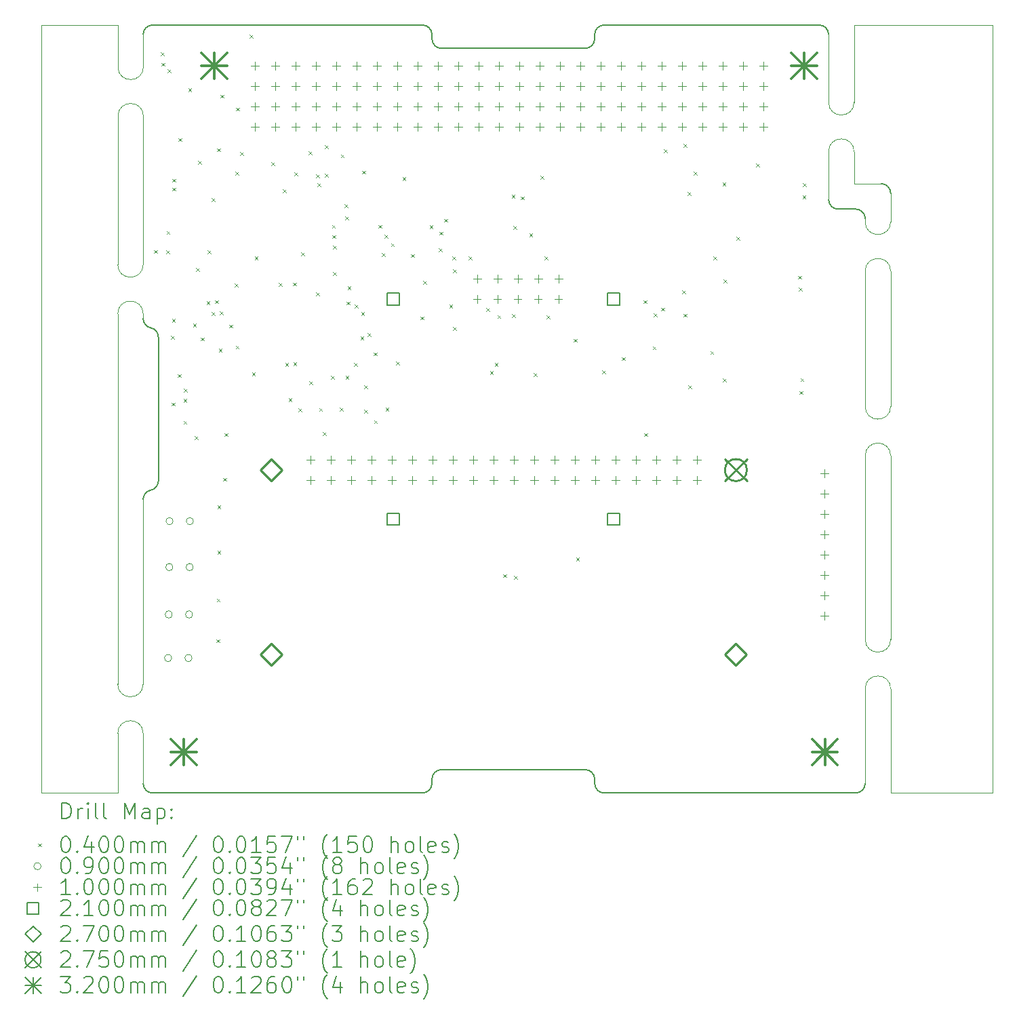
<source format=gbr>
%TF.GenerationSoftware,KiCad,Pcbnew,8.0.1*%
%TF.CreationDate,2024-06-14T09:09:15-04:00*%
%TF.ProjectId,Payload Board,5061796c-6f61-4642-9042-6f6172642e6b,rev?*%
%TF.SameCoordinates,Original*%
%TF.FileFunction,Drillmap*%
%TF.FilePolarity,Positive*%
%FSLAX45Y45*%
G04 Gerber Fmt 4.5, Leading zero omitted, Abs format (unit mm)*
G04 Created by KiCad (PCBNEW 8.0.1) date 2024-06-14 09:09:15*
%MOMM*%
%LPD*%
G01*
G04 APERTURE LIST*
%ADD10C,0.100000*%
%ADD11C,0.200000*%
%ADD12C,0.210000*%
%ADD13C,0.270000*%
%ADD14C,0.275000*%
%ADD15C,0.320000*%
G04 APERTURE END LIST*
D10*
X14164813Y-13824916D02*
G75*
G02*
X14482313Y-13824916I158750J0D01*
G01*
D11*
X10786313Y-14953946D02*
X10786313Y-15007286D01*
X5267193Y-15126666D02*
G75*
G02*
X5147814Y-15007286I-3J119376D01*
G01*
X10786313Y-5657546D02*
X10786313Y-5710886D01*
X5338313Y-9435796D02*
X5338313Y-11229036D01*
D10*
X4830313Y-15126666D02*
X4830313Y-14382866D01*
D11*
X8634933Y-5538166D02*
G75*
G02*
X8754314Y-5657546I-3J-119384D01*
G01*
X8873693Y-14834566D02*
X10666933Y-14834566D01*
D10*
X14164813Y-10916616D02*
X14164813Y-13208966D01*
X13707613Y-7119316D02*
G75*
G02*
X14025113Y-7119316I158750J0D01*
G01*
X14164813Y-8611566D02*
X14164813Y-10300666D01*
D11*
X8754313Y-5710886D02*
X8754313Y-5657546D01*
X8754313Y-14953946D02*
G75*
G02*
X8873693Y-14834573I119377J-4D01*
G01*
D10*
X15752297Y-15126666D02*
X14482297Y-15126666D01*
X5147813Y-13766916D02*
G75*
G02*
X4830313Y-13766916I-158750J0D01*
G01*
X4830313Y-13766916D02*
X4830313Y-9144116D01*
X5147813Y-8528166D02*
X5150732Y-6676566D01*
X14363153Y-7519366D02*
X14025113Y-7519366D01*
X14482313Y-13208966D02*
X14482313Y-10916616D01*
D11*
X10666933Y-5830266D02*
X8873693Y-5830266D01*
X5267193Y-5538166D02*
X8634933Y-5538166D01*
X8754313Y-15007286D02*
X8754313Y-14953946D01*
D10*
X14025113Y-6503366D02*
X14025859Y-5538166D01*
X4833232Y-6676566D02*
G75*
G02*
X5150732Y-6676566I158750J0D01*
G01*
D11*
X5243063Y-9318880D02*
G75*
G02*
X5147806Y-9201964I24127J116920D01*
G01*
X13826993Y-7836866D02*
G75*
G02*
X13707614Y-7717486I-3J119376D01*
G01*
D10*
X14482313Y-13208966D02*
G75*
G02*
X14164813Y-13208966I-158750J0D01*
G01*
X14164797Y-7955790D02*
X14164813Y-7995616D01*
X5150732Y-6060616D02*
G75*
G02*
X4833232Y-6060616I-158750J0D01*
G01*
X5147813Y-13766916D02*
X5147813Y-11462868D01*
D11*
X8754313Y-15007286D02*
G75*
G02*
X8634933Y-15126673I-119383J-4D01*
G01*
X5147813Y-5657546D02*
G75*
G02*
X5267193Y-5538173I119377J-4D01*
G01*
D10*
X14482313Y-7995616D02*
X14482518Y-7638290D01*
D11*
X10786313Y-5657546D02*
G75*
G02*
X10905693Y-5538173I119377J-4D01*
G01*
D10*
X14164813Y-13824916D02*
X14164797Y-15006830D01*
X5147813Y-9201964D02*
X5147813Y-9144116D01*
D11*
X5338313Y-11229036D02*
G75*
G02*
X5243064Y-11345958I-119383J-4D01*
G01*
D10*
X14482313Y-10300666D02*
X14482313Y-8611566D01*
X3877813Y-5538166D02*
X3877813Y-15126666D01*
D11*
X10786313Y-5710886D02*
G75*
G02*
X10666933Y-5830273I-119383J-4D01*
G01*
D10*
X14482313Y-7995616D02*
G75*
G02*
X14164813Y-7995616I-158750J0D01*
G01*
X14482313Y-10300666D02*
G75*
G02*
X14164813Y-10300666I-158750J0D01*
G01*
X4830313Y-9144116D02*
G75*
G02*
X5147813Y-9144116I158750J0D01*
G01*
X14025113Y-6503366D02*
G75*
G02*
X13707613Y-6503366I-158750J0D01*
G01*
X14025113Y-7519366D02*
X14025113Y-7119316D01*
X14164813Y-8611566D02*
G75*
G02*
X14482313Y-8611566I158750J0D01*
G01*
X13707613Y-7717486D02*
X13707613Y-7119316D01*
D11*
X13588233Y-5538166D02*
G75*
G02*
X13707614Y-5657546I-3J-119384D01*
G01*
X14045433Y-7836866D02*
G75*
G02*
X14164795Y-7955790I437J-118924D01*
G01*
X10905693Y-5538166D02*
X13588233Y-5538166D01*
D10*
X14482297Y-15126666D02*
X14482313Y-13824916D01*
X14482297Y-5538166D02*
X15752297Y-5538166D01*
X5150732Y-6060616D02*
X5147813Y-5657546D01*
D11*
X10666933Y-14834566D02*
G75*
G02*
X10786314Y-14953946I-3J-119384D01*
G01*
D10*
X5147813Y-14382866D02*
X5147813Y-15007286D01*
D11*
X14363153Y-7519366D02*
G75*
G02*
X14482514Y-7638290I217J-119144D01*
G01*
D10*
X4830313Y-5538166D02*
X3877813Y-5538166D01*
X15752297Y-5538166D02*
X15752297Y-15126666D01*
D11*
X14045433Y-7836866D02*
X13826993Y-7836866D01*
D10*
X5147813Y-8528166D02*
G75*
G02*
X4830313Y-8528166I-158750J0D01*
G01*
X14164813Y-10916616D02*
G75*
G02*
X14482313Y-10916616I158750J0D01*
G01*
D11*
X8634933Y-15126666D02*
X5267193Y-15126666D01*
X5243063Y-9318880D02*
G75*
G02*
X5338314Y-9435796I-24133J-116920D01*
G01*
D10*
X4833232Y-6060616D02*
X4830313Y-5538166D01*
X4830313Y-8528166D02*
X4833232Y-6676566D01*
D11*
X5147813Y-11462868D02*
G75*
G02*
X5243064Y-11345956I119377J-2D01*
G01*
X8873693Y-5830266D02*
G75*
G02*
X8754314Y-5710886I-3J119376D01*
G01*
X10905693Y-15126666D02*
G75*
G02*
X10786314Y-15007286I-3J119376D01*
G01*
X14045433Y-15126666D02*
X10905693Y-15126666D01*
D10*
X14025859Y-5538166D02*
X14482297Y-5538166D01*
X3877813Y-15126666D02*
X4830313Y-15126666D01*
D11*
X14164797Y-15006830D02*
G75*
G02*
X14045433Y-15126667I-119828J-10D01*
G01*
D10*
X4830313Y-14382866D02*
G75*
G02*
X5147813Y-14382866I158750J0D01*
G01*
X13707613Y-6503366D02*
X13707613Y-5657546D01*
D11*
D10*
X5281833Y-8347248D02*
X5321833Y-8387248D01*
X5321833Y-8347248D02*
X5281833Y-8387248D01*
X5368916Y-5876831D02*
X5408916Y-5916831D01*
X5408916Y-5876831D02*
X5368916Y-5916831D01*
X5375833Y-6011248D02*
X5415833Y-6051248D01*
X5415833Y-6011248D02*
X5375833Y-6051248D01*
X5434333Y-8352248D02*
X5474333Y-8392248D01*
X5474333Y-8352248D02*
X5434333Y-8392248D01*
X5440833Y-8111248D02*
X5480833Y-8151248D01*
X5480833Y-8111248D02*
X5440833Y-8151248D01*
X5452048Y-6092490D02*
X5492048Y-6132490D01*
X5492048Y-6092490D02*
X5452048Y-6132490D01*
X5496833Y-9421248D02*
X5536833Y-9461248D01*
X5536833Y-9421248D02*
X5496833Y-9461248D01*
X5505833Y-10251248D02*
X5545833Y-10291248D01*
X5545833Y-10251248D02*
X5505833Y-10291248D01*
X5506941Y-9207248D02*
X5546941Y-9247248D01*
X5546941Y-9207248D02*
X5506941Y-9247248D01*
X5513283Y-7457248D02*
X5553283Y-7497248D01*
X5553283Y-7457248D02*
X5513283Y-7497248D01*
X5513283Y-7567248D02*
X5553283Y-7607248D01*
X5553283Y-7567248D02*
X5513283Y-7607248D01*
X5581283Y-9897698D02*
X5621283Y-9937698D01*
X5621283Y-9897698D02*
X5581283Y-9937698D01*
X5590833Y-6951248D02*
X5630833Y-6991248D01*
X5630833Y-6951248D02*
X5590833Y-6991248D01*
X5651832Y-10480248D02*
X5691832Y-10520248D01*
X5691832Y-10480248D02*
X5651832Y-10520248D01*
X5651833Y-10207248D02*
X5691833Y-10247248D01*
X5691833Y-10207248D02*
X5651833Y-10247248D01*
X5653833Y-10076248D02*
X5693833Y-10116248D01*
X5693833Y-10076248D02*
X5653833Y-10116248D01*
X5710813Y-6328666D02*
X5750813Y-6368666D01*
X5750813Y-6328666D02*
X5710813Y-6368666D01*
X5770313Y-9268166D02*
X5810313Y-9308166D01*
X5810313Y-9268166D02*
X5770313Y-9308166D01*
X5792833Y-10669248D02*
X5832833Y-10709248D01*
X5832833Y-10669248D02*
X5792833Y-10709248D01*
X5809050Y-8571248D02*
X5849050Y-8611248D01*
X5849050Y-8571248D02*
X5809050Y-8611248D01*
X5832833Y-7231248D02*
X5872833Y-7271248D01*
X5872833Y-7231248D02*
X5832833Y-7271248D01*
X5868833Y-9439248D02*
X5908833Y-9479248D01*
X5908833Y-9439248D02*
X5868833Y-9479248D01*
X5940000Y-8984000D02*
X5980000Y-9024000D01*
X5980000Y-8984000D02*
X5940000Y-9024000D01*
X5954000Y-8353000D02*
X5994000Y-8393000D01*
X5994000Y-8353000D02*
X5954000Y-8393000D01*
X6000313Y-7698166D02*
X6040313Y-7738166D01*
X6040313Y-7698166D02*
X6000313Y-7738166D01*
X6004845Y-9119950D02*
X6044845Y-9159950D01*
X6044845Y-9119950D02*
X6004845Y-9159950D01*
X6046000Y-8975000D02*
X6086000Y-9015000D01*
X6086000Y-8975000D02*
X6046000Y-9015000D01*
X6061833Y-13206248D02*
X6101833Y-13246248D01*
X6101833Y-13206248D02*
X6061833Y-13246248D01*
X6065833Y-12700248D02*
X6105833Y-12740248D01*
X6105833Y-12700248D02*
X6065833Y-12740248D01*
X6067833Y-7078248D02*
X6107833Y-7118248D01*
X6107833Y-7078248D02*
X6067833Y-7118248D01*
X6074833Y-11537248D02*
X6114833Y-11577248D01*
X6114833Y-11537248D02*
X6074833Y-11577248D01*
X6074833Y-12101248D02*
X6114833Y-12141248D01*
X6114833Y-12101248D02*
X6074833Y-12141248D01*
X6091833Y-9579554D02*
X6131833Y-9619554D01*
X6131833Y-9579554D02*
X6091833Y-9619554D01*
X6104715Y-9115942D02*
X6144715Y-9155942D01*
X6144715Y-9115942D02*
X6104715Y-9155942D01*
X6115813Y-6408666D02*
X6155813Y-6448666D01*
X6155813Y-6408666D02*
X6115813Y-6448666D01*
X6146833Y-11192248D02*
X6186833Y-11232248D01*
X6186833Y-11192248D02*
X6146833Y-11232248D01*
X6163283Y-10632248D02*
X6203283Y-10672248D01*
X6203283Y-10632248D02*
X6163283Y-10672248D01*
X6220313Y-9278166D02*
X6260313Y-9318166D01*
X6260313Y-9278166D02*
X6220313Y-9318166D01*
X6290313Y-8768166D02*
X6330313Y-8808166D01*
X6330313Y-8768166D02*
X6290313Y-8808166D01*
X6296833Y-7372248D02*
X6336833Y-7412248D01*
X6336833Y-7372248D02*
X6296833Y-7412248D01*
X6304333Y-9542248D02*
X6344333Y-9582248D01*
X6344333Y-9542248D02*
X6304333Y-9582248D01*
X6305813Y-6568666D02*
X6345813Y-6608666D01*
X6345813Y-6568666D02*
X6305813Y-6608666D01*
X6359532Y-7124947D02*
X6399532Y-7164947D01*
X6399532Y-7124947D02*
X6359532Y-7164947D01*
X6475813Y-5658666D02*
X6515813Y-5698666D01*
X6515813Y-5658666D02*
X6475813Y-5698666D01*
X6506833Y-9874748D02*
X6546833Y-9914748D01*
X6546833Y-9874748D02*
X6506833Y-9914748D01*
X6540833Y-8426348D02*
X6580833Y-8466348D01*
X6580833Y-8426348D02*
X6540833Y-8466348D01*
X6746833Y-7252248D02*
X6786833Y-7292248D01*
X6786833Y-7252248D02*
X6746833Y-7292248D01*
X6840313Y-8758166D02*
X6880313Y-8798166D01*
X6880313Y-8758166D02*
X6840313Y-8798166D01*
X6894000Y-7589000D02*
X6934000Y-7629000D01*
X6934000Y-7589000D02*
X6894000Y-7629000D01*
X6922833Y-9755248D02*
X6962833Y-9795248D01*
X6962833Y-9755248D02*
X6922833Y-9795248D01*
X6964833Y-10194248D02*
X7004833Y-10234248D01*
X7004833Y-10194248D02*
X6964833Y-10234248D01*
X7019000Y-8753000D02*
X7059000Y-8793000D01*
X7059000Y-8753000D02*
X7019000Y-8793000D01*
X7022311Y-9745543D02*
X7062311Y-9785543D01*
X7062311Y-9745543D02*
X7022311Y-9785543D01*
X7035000Y-7375000D02*
X7075000Y-7415000D01*
X7075000Y-7375000D02*
X7035000Y-7415000D01*
X7086000Y-10327000D02*
X7126000Y-10367000D01*
X7126000Y-10327000D02*
X7086000Y-10367000D01*
X7120313Y-8378166D02*
X7160313Y-8418166D01*
X7160313Y-8378166D02*
X7120313Y-8418166D01*
X7212554Y-7113781D02*
X7252554Y-7153781D01*
X7252554Y-7113781D02*
X7212554Y-7153781D01*
X7224000Y-9985000D02*
X7264000Y-10025000D01*
X7264000Y-9985000D02*
X7224000Y-10025000D01*
X7305000Y-7405000D02*
X7345000Y-7445000D01*
X7345000Y-7405000D02*
X7305000Y-7445000D01*
X7308000Y-8877000D02*
X7348000Y-8917000D01*
X7348000Y-8877000D02*
X7308000Y-8917000D01*
X7327000Y-7515000D02*
X7367000Y-7555000D01*
X7367000Y-7515000D02*
X7327000Y-7555000D01*
X7345000Y-10321000D02*
X7385000Y-10361000D01*
X7385000Y-10321000D02*
X7345000Y-10361000D01*
X7390313Y-10618166D02*
X7430313Y-10658166D01*
X7430313Y-10618166D02*
X7390313Y-10658166D01*
X7416255Y-7039724D02*
X7456255Y-7079724D01*
X7456255Y-7039724D02*
X7416255Y-7079724D01*
X7417395Y-7395564D02*
X7457395Y-7435564D01*
X7457395Y-7395564D02*
X7417395Y-7435564D01*
X7495000Y-9919000D02*
X7535000Y-9959000D01*
X7535000Y-9919000D02*
X7495000Y-9959000D01*
X7506000Y-8035000D02*
X7546000Y-8075000D01*
X7546000Y-8035000D02*
X7506000Y-8075000D01*
X7511000Y-8161000D02*
X7551000Y-8201000D01*
X7551000Y-8161000D02*
X7511000Y-8201000D01*
X7518833Y-8294248D02*
X7558833Y-8334248D01*
X7558833Y-8294248D02*
X7518833Y-8334248D01*
X7519833Y-8625248D02*
X7559833Y-8665248D01*
X7559833Y-8625248D02*
X7519833Y-8665248D01*
X7604000Y-10313000D02*
X7644000Y-10353000D01*
X7644000Y-10313000D02*
X7604000Y-10353000D01*
X7615813Y-7152998D02*
X7655813Y-7192998D01*
X7655813Y-7152998D02*
X7615813Y-7192998D01*
X7661833Y-7774748D02*
X7701833Y-7814748D01*
X7701833Y-7774748D02*
X7661833Y-7814748D01*
X7671833Y-7928248D02*
X7711833Y-7968248D01*
X7711833Y-7928248D02*
X7671833Y-7968248D01*
X7676450Y-9920248D02*
X7716450Y-9960248D01*
X7716450Y-9920248D02*
X7676450Y-9960248D01*
X7690833Y-8990248D02*
X7730833Y-9030248D01*
X7730833Y-8990248D02*
X7690833Y-9030248D01*
X7700313Y-8798166D02*
X7740313Y-8838166D01*
X7740313Y-8798166D02*
X7700313Y-8838166D01*
X7779833Y-9758450D02*
X7819833Y-9798450D01*
X7819833Y-9758450D02*
X7779833Y-9798450D01*
X7789000Y-9031000D02*
X7829000Y-9071000D01*
X7829000Y-9031000D02*
X7789000Y-9071000D01*
X7861500Y-9427903D02*
X7901500Y-9467903D01*
X7901500Y-9427903D02*
X7861500Y-9467903D01*
X7869000Y-9122000D02*
X7909000Y-9162000D01*
X7909000Y-9122000D02*
X7869000Y-9162000D01*
X7881833Y-7357248D02*
X7921833Y-7397248D01*
X7921833Y-7357248D02*
X7881833Y-7397248D01*
X7908833Y-10342248D02*
X7948833Y-10382248D01*
X7948833Y-10342248D02*
X7908833Y-10382248D01*
X7909833Y-10038248D02*
X7949833Y-10078248D01*
X7949833Y-10038248D02*
X7909833Y-10078248D01*
X7950803Y-9382951D02*
X7990803Y-9422951D01*
X7990803Y-9382951D02*
X7950803Y-9422951D01*
X8028833Y-9625698D02*
X8068833Y-9665698D01*
X8068833Y-9625698D02*
X8028833Y-9665698D01*
X8031833Y-10472248D02*
X8071833Y-10512248D01*
X8071833Y-10472248D02*
X8031833Y-10512248D01*
X8084000Y-8035000D02*
X8124000Y-8075000D01*
X8124000Y-8035000D02*
X8084000Y-8075000D01*
X8130313Y-8388166D02*
X8170313Y-8428166D01*
X8170313Y-8388166D02*
X8130313Y-8428166D01*
X8161000Y-8159000D02*
X8201000Y-8199000D01*
X8201000Y-8159000D02*
X8161000Y-8199000D01*
X8173833Y-10315248D02*
X8213833Y-10355248D01*
X8213833Y-10315248D02*
X8173833Y-10355248D01*
X8242000Y-8263000D02*
X8282000Y-8303000D01*
X8282000Y-8263000D02*
X8242000Y-8303000D01*
X8306833Y-9742248D02*
X8346833Y-9782248D01*
X8346833Y-9742248D02*
X8306833Y-9782248D01*
X8385813Y-7438666D02*
X8425813Y-7478666D01*
X8425813Y-7438666D02*
X8385813Y-7478666D01*
X8490313Y-8398166D02*
X8530313Y-8438166D01*
X8530313Y-8398166D02*
X8490313Y-8438166D01*
X8610313Y-9178166D02*
X8650313Y-9218166D01*
X8650313Y-9178166D02*
X8610313Y-9218166D01*
X8644333Y-8734748D02*
X8684333Y-8774748D01*
X8684333Y-8734748D02*
X8644333Y-8774748D01*
X8725813Y-8038666D02*
X8765813Y-8078666D01*
X8765813Y-8038666D02*
X8725813Y-8078666D01*
X8840313Y-8328166D02*
X8880313Y-8368166D01*
X8880313Y-8328166D02*
X8840313Y-8368166D01*
X8850313Y-8118166D02*
X8890313Y-8158166D01*
X8890313Y-8118166D02*
X8850313Y-8158166D01*
X8905813Y-7958666D02*
X8945813Y-7998666D01*
X8945813Y-7958666D02*
X8905813Y-7998666D01*
X8970313Y-9028166D02*
X9010313Y-9068166D01*
X9010313Y-9028166D02*
X8970313Y-9068166D01*
X9010313Y-8428166D02*
X9050313Y-8468166D01*
X9050313Y-8428166D02*
X9010313Y-8468166D01*
X9016979Y-8591500D02*
X9056979Y-8631500D01*
X9056979Y-8591500D02*
X9016979Y-8631500D01*
X9020313Y-9308166D02*
X9060313Y-9348166D01*
X9060313Y-9308166D02*
X9020313Y-9348166D01*
X9210313Y-8428166D02*
X9250313Y-8468166D01*
X9250313Y-8428166D02*
X9210313Y-8468166D01*
X9430313Y-9068166D02*
X9470313Y-9108166D01*
X9470313Y-9068166D02*
X9430313Y-9108166D01*
X9477833Y-9857248D02*
X9517833Y-9897248D01*
X9517833Y-9857248D02*
X9477833Y-9897248D01*
X9537833Y-9758450D02*
X9577833Y-9798450D01*
X9577833Y-9758450D02*
X9537833Y-9798450D01*
X9570833Y-9160248D02*
X9610833Y-9200248D01*
X9610833Y-9160248D02*
X9570833Y-9200248D01*
X9645833Y-12394248D02*
X9685833Y-12434248D01*
X9685833Y-12394248D02*
X9645833Y-12434248D01*
X9750313Y-7657666D02*
X9790313Y-7697666D01*
X9790313Y-7657666D02*
X9750313Y-7697666D01*
X9750833Y-9147248D02*
X9790833Y-9187248D01*
X9790833Y-9147248D02*
X9750833Y-9187248D01*
X9770313Y-8048166D02*
X9810313Y-8088166D01*
X9810313Y-8048166D02*
X9770313Y-8088166D01*
X9777833Y-12416248D02*
X9817833Y-12456248D01*
X9817833Y-12416248D02*
X9777833Y-12456248D01*
X9865813Y-7678666D02*
X9905813Y-7718666D01*
X9905813Y-7678666D02*
X9865813Y-7718666D01*
X9970313Y-8138166D02*
X10010313Y-8178166D01*
X10010313Y-8138166D02*
X9970313Y-8178166D01*
X10022833Y-9883248D02*
X10062833Y-9923248D01*
X10062833Y-9883248D02*
X10022833Y-9923248D01*
X10106493Y-7417986D02*
X10146493Y-7457986D01*
X10146493Y-7417986D02*
X10106493Y-7457986D01*
X10160313Y-8428166D02*
X10200313Y-8468166D01*
X10200313Y-8428166D02*
X10160313Y-8468166D01*
X10186000Y-9165000D02*
X10226000Y-9205000D01*
X10226000Y-9165000D02*
X10186000Y-9205000D01*
X10526000Y-9456000D02*
X10566000Y-9496000D01*
X10566000Y-9456000D02*
X10526000Y-9496000D01*
X10553833Y-12186248D02*
X10593833Y-12226248D01*
X10593833Y-12186248D02*
X10553833Y-12226248D01*
X10878000Y-9852000D02*
X10918000Y-9892000D01*
X10918000Y-9852000D02*
X10878000Y-9892000D01*
X11126000Y-9686000D02*
X11166000Y-9726000D01*
X11166000Y-9686000D02*
X11126000Y-9726000D01*
X11397492Y-8973480D02*
X11437492Y-9013480D01*
X11437492Y-8973480D02*
X11397492Y-9013480D01*
X11404000Y-10633000D02*
X11444000Y-10673000D01*
X11444000Y-10633000D02*
X11404000Y-10673000D01*
X11510000Y-9550000D02*
X11550000Y-9590000D01*
X11550000Y-9550000D02*
X11510000Y-9590000D01*
X11525000Y-9141500D02*
X11565000Y-9181500D01*
X11565000Y-9141500D02*
X11525000Y-9181500D01*
X11614000Y-9068000D02*
X11654000Y-9108000D01*
X11654000Y-9068000D02*
X11614000Y-9108000D01*
X11649863Y-7092950D02*
X11689863Y-7132950D01*
X11689863Y-7092950D02*
X11649863Y-7132950D01*
X11876500Y-8854000D02*
X11916500Y-8894000D01*
X11916500Y-8854000D02*
X11876500Y-8894000D01*
X11897239Y-7020450D02*
X11937239Y-7060450D01*
X11937239Y-7020450D02*
X11897239Y-7060450D01*
X11898915Y-9143085D02*
X11938915Y-9183085D01*
X11938915Y-9143085D02*
X11898915Y-9183085D01*
X11949000Y-7621000D02*
X11989000Y-7661000D01*
X11989000Y-7621000D02*
X11949000Y-7661000D01*
X11952500Y-10034000D02*
X11992500Y-10074000D01*
X11992500Y-10034000D02*
X11952500Y-10074000D01*
X12021500Y-7370000D02*
X12061500Y-7410000D01*
X12061500Y-7370000D02*
X12021500Y-7410000D01*
X12230313Y-9608166D02*
X12270313Y-9648166D01*
X12270313Y-9608166D02*
X12230313Y-9648166D01*
X12270313Y-8428166D02*
X12310313Y-8468166D01*
X12310313Y-8428166D02*
X12270313Y-8468166D01*
X12382000Y-7506000D02*
X12422000Y-7546000D01*
X12422000Y-7506000D02*
X12382000Y-7546000D01*
X12385000Y-9953000D02*
X12425000Y-9993000D01*
X12425000Y-9953000D02*
X12385000Y-9993000D01*
X12395000Y-8715000D02*
X12435000Y-8755000D01*
X12435000Y-8715000D02*
X12395000Y-8755000D01*
X12556833Y-8181248D02*
X12596833Y-8221248D01*
X12596833Y-8181248D02*
X12556833Y-8221248D01*
X12800313Y-7268166D02*
X12840313Y-7308166D01*
X12840313Y-7268166D02*
X12800313Y-7308166D01*
X13325813Y-8668666D02*
X13365813Y-8708666D01*
X13365813Y-8668666D02*
X13325813Y-8708666D01*
X13335813Y-8818666D02*
X13375813Y-8858666D01*
X13375813Y-8818666D02*
X13335813Y-8858666D01*
X13345813Y-10108666D02*
X13385813Y-10148666D01*
X13385813Y-10108666D02*
X13345813Y-10148666D01*
X13355813Y-9948666D02*
X13395813Y-9988666D01*
X13395813Y-9948666D02*
X13355813Y-9988666D01*
X13380813Y-7666166D02*
X13420813Y-7706166D01*
X13420813Y-7666166D02*
X13380813Y-7706166D01*
X13383313Y-7511166D02*
X13423313Y-7551166D01*
X13423313Y-7511166D02*
X13383313Y-7551166D01*
X5504333Y-13441248D02*
G75*
G02*
X5414333Y-13441248I-45000J0D01*
G01*
X5414333Y-13441248D02*
G75*
G02*
X5504333Y-13441248I45000J0D01*
G01*
X5512333Y-12897248D02*
G75*
G02*
X5422333Y-12897248I-45000J0D01*
G01*
X5422333Y-12897248D02*
G75*
G02*
X5512333Y-12897248I45000J0D01*
G01*
X5519333Y-12306248D02*
G75*
G02*
X5429333Y-12306248I-45000J0D01*
G01*
X5429333Y-12306248D02*
G75*
G02*
X5519333Y-12306248I45000J0D01*
G01*
X5522333Y-11732248D02*
G75*
G02*
X5432333Y-11732248I-45000J0D01*
G01*
X5432333Y-11732248D02*
G75*
G02*
X5522333Y-11732248I45000J0D01*
G01*
X5758333Y-13441248D02*
G75*
G02*
X5668333Y-13441248I-45000J0D01*
G01*
X5668333Y-13441248D02*
G75*
G02*
X5758333Y-13441248I45000J0D01*
G01*
X5766333Y-12897248D02*
G75*
G02*
X5676333Y-12897248I-45000J0D01*
G01*
X5676333Y-12897248D02*
G75*
G02*
X5766333Y-12897248I45000J0D01*
G01*
X5773333Y-12306248D02*
G75*
G02*
X5683333Y-12306248I-45000J0D01*
G01*
X5683333Y-12306248D02*
G75*
G02*
X5773333Y-12306248I45000J0D01*
G01*
X5776333Y-11732248D02*
G75*
G02*
X5686333Y-11732248I-45000J0D01*
G01*
X5686333Y-11732248D02*
G75*
G02*
X5776333Y-11732248I45000J0D01*
G01*
X6544813Y-5996166D02*
X6544813Y-6096166D01*
X6494813Y-6046166D02*
X6594813Y-6046166D01*
X6544813Y-6250166D02*
X6544813Y-6350166D01*
X6494813Y-6300166D02*
X6594813Y-6300166D01*
X6544813Y-6504166D02*
X6544813Y-6604166D01*
X6494813Y-6554166D02*
X6594813Y-6554166D01*
X6544813Y-6758166D02*
X6544813Y-6858166D01*
X6494813Y-6808166D02*
X6594813Y-6808166D01*
X6798813Y-5995166D02*
X6798813Y-6095166D01*
X6748813Y-6045166D02*
X6848813Y-6045166D01*
X6798813Y-6250166D02*
X6798813Y-6350166D01*
X6748813Y-6300166D02*
X6848813Y-6300166D01*
X6798813Y-6503166D02*
X6798813Y-6603166D01*
X6748813Y-6553166D02*
X6848813Y-6553166D01*
X6798813Y-6758166D02*
X6798813Y-6858166D01*
X6748813Y-6808166D02*
X6848813Y-6808166D01*
X7052813Y-5995166D02*
X7052813Y-6095166D01*
X7002813Y-6045166D02*
X7102813Y-6045166D01*
X7052813Y-6250166D02*
X7052813Y-6350166D01*
X7002813Y-6300166D02*
X7102813Y-6300166D01*
X7052813Y-6503166D02*
X7052813Y-6603166D01*
X7002813Y-6553166D02*
X7102813Y-6553166D01*
X7052813Y-6758166D02*
X7052813Y-6858166D01*
X7002813Y-6808166D02*
X7102813Y-6808166D01*
X7237000Y-10918000D02*
X7237000Y-11018000D01*
X7187000Y-10968000D02*
X7287000Y-10968000D01*
X7237000Y-11172000D02*
X7237000Y-11272000D01*
X7187000Y-11222000D02*
X7287000Y-11222000D01*
X7306813Y-5995166D02*
X7306813Y-6095166D01*
X7256813Y-6045166D02*
X7356813Y-6045166D01*
X7306813Y-6250166D02*
X7306813Y-6350166D01*
X7256813Y-6300166D02*
X7356813Y-6300166D01*
X7306813Y-6503166D02*
X7306813Y-6603166D01*
X7256813Y-6553166D02*
X7356813Y-6553166D01*
X7306813Y-6758166D02*
X7306813Y-6858166D01*
X7256813Y-6808166D02*
X7356813Y-6808166D01*
X7491000Y-10918000D02*
X7491000Y-11018000D01*
X7441000Y-10968000D02*
X7541000Y-10968000D01*
X7491000Y-11172000D02*
X7491000Y-11272000D01*
X7441000Y-11222000D02*
X7541000Y-11222000D01*
X7560813Y-5995166D02*
X7560813Y-6095166D01*
X7510813Y-6045166D02*
X7610813Y-6045166D01*
X7560813Y-6250166D02*
X7560813Y-6350166D01*
X7510813Y-6300166D02*
X7610813Y-6300166D01*
X7560813Y-6503166D02*
X7560813Y-6603166D01*
X7510813Y-6553166D02*
X7610813Y-6553166D01*
X7560813Y-6758166D02*
X7560813Y-6858166D01*
X7510813Y-6808166D02*
X7610813Y-6808166D01*
X7745000Y-10918000D02*
X7745000Y-11018000D01*
X7695000Y-10968000D02*
X7795000Y-10968000D01*
X7745000Y-11172000D02*
X7745000Y-11272000D01*
X7695000Y-11222000D02*
X7795000Y-11222000D01*
X7814813Y-5995166D02*
X7814813Y-6095166D01*
X7764813Y-6045166D02*
X7864813Y-6045166D01*
X7814813Y-6250166D02*
X7814813Y-6350166D01*
X7764813Y-6300166D02*
X7864813Y-6300166D01*
X7814813Y-6503166D02*
X7814813Y-6603166D01*
X7764813Y-6553166D02*
X7864813Y-6553166D01*
X7814813Y-6758166D02*
X7814813Y-6858166D01*
X7764813Y-6808166D02*
X7864813Y-6808166D01*
X7999000Y-10918000D02*
X7999000Y-11018000D01*
X7949000Y-10968000D02*
X8049000Y-10968000D01*
X7999000Y-11172000D02*
X7999000Y-11272000D01*
X7949000Y-11222000D02*
X8049000Y-11222000D01*
X8068813Y-5995166D02*
X8068813Y-6095166D01*
X8018813Y-6045166D02*
X8118813Y-6045166D01*
X8068813Y-6250166D02*
X8068813Y-6350166D01*
X8018813Y-6300166D02*
X8118813Y-6300166D01*
X8068813Y-6503166D02*
X8068813Y-6603166D01*
X8018813Y-6553166D02*
X8118813Y-6553166D01*
X8068813Y-6758166D02*
X8068813Y-6858166D01*
X8018813Y-6808166D02*
X8118813Y-6808166D01*
X8253000Y-10918000D02*
X8253000Y-11018000D01*
X8203000Y-10968000D02*
X8303000Y-10968000D01*
X8253000Y-11172000D02*
X8253000Y-11272000D01*
X8203000Y-11222000D02*
X8303000Y-11222000D01*
X8322813Y-5995166D02*
X8322813Y-6095166D01*
X8272813Y-6045166D02*
X8372813Y-6045166D01*
X8322813Y-6250166D02*
X8322813Y-6350166D01*
X8272813Y-6300166D02*
X8372813Y-6300166D01*
X8322813Y-6503166D02*
X8322813Y-6603166D01*
X8272813Y-6553166D02*
X8372813Y-6553166D01*
X8322813Y-6758166D02*
X8322813Y-6858166D01*
X8272813Y-6808166D02*
X8372813Y-6808166D01*
X8507000Y-10918000D02*
X8507000Y-11018000D01*
X8457000Y-10968000D02*
X8557000Y-10968000D01*
X8507000Y-11172000D02*
X8507000Y-11272000D01*
X8457000Y-11222000D02*
X8557000Y-11222000D01*
X8576813Y-5995166D02*
X8576813Y-6095166D01*
X8526813Y-6045166D02*
X8626813Y-6045166D01*
X8576813Y-6250166D02*
X8576813Y-6350166D01*
X8526813Y-6300166D02*
X8626813Y-6300166D01*
X8576813Y-6503166D02*
X8576813Y-6603166D01*
X8526813Y-6553166D02*
X8626813Y-6553166D01*
X8576813Y-6758166D02*
X8576813Y-6858166D01*
X8526813Y-6808166D02*
X8626813Y-6808166D01*
X8761000Y-10918000D02*
X8761000Y-11018000D01*
X8711000Y-10968000D02*
X8811000Y-10968000D01*
X8761000Y-11172000D02*
X8761000Y-11272000D01*
X8711000Y-11222000D02*
X8811000Y-11222000D01*
X8830813Y-5995166D02*
X8830813Y-6095166D01*
X8780813Y-6045166D02*
X8880813Y-6045166D01*
X8830813Y-6250166D02*
X8830813Y-6350166D01*
X8780813Y-6300166D02*
X8880813Y-6300166D01*
X8830813Y-6503166D02*
X8830813Y-6603166D01*
X8780813Y-6553166D02*
X8880813Y-6553166D01*
X8830813Y-6758166D02*
X8830813Y-6858166D01*
X8780813Y-6808166D02*
X8880813Y-6808166D01*
X9015000Y-10918000D02*
X9015000Y-11018000D01*
X8965000Y-10968000D02*
X9065000Y-10968000D01*
X9015000Y-11172000D02*
X9015000Y-11272000D01*
X8965000Y-11222000D02*
X9065000Y-11222000D01*
X9084813Y-5995166D02*
X9084813Y-6095166D01*
X9034813Y-6045166D02*
X9134813Y-6045166D01*
X9084813Y-6250166D02*
X9084813Y-6350166D01*
X9034813Y-6300166D02*
X9134813Y-6300166D01*
X9084813Y-6503166D02*
X9084813Y-6603166D01*
X9034813Y-6553166D02*
X9134813Y-6553166D01*
X9084813Y-6758166D02*
X9084813Y-6858166D01*
X9034813Y-6808166D02*
X9134813Y-6808166D01*
X9269000Y-10918000D02*
X9269000Y-11018000D01*
X9219000Y-10968000D02*
X9319000Y-10968000D01*
X9269000Y-11172000D02*
X9269000Y-11272000D01*
X9219000Y-11222000D02*
X9319000Y-11222000D01*
X9317313Y-8908666D02*
X9317313Y-9008666D01*
X9267313Y-8958666D02*
X9367313Y-8958666D01*
X9321146Y-8656914D02*
X9321146Y-8756914D01*
X9271146Y-8706914D02*
X9371146Y-8706914D01*
X9338813Y-5995166D02*
X9338813Y-6095166D01*
X9288813Y-6045166D02*
X9388813Y-6045166D01*
X9338813Y-6250166D02*
X9338813Y-6350166D01*
X9288813Y-6300166D02*
X9388813Y-6300166D01*
X9338813Y-6503166D02*
X9338813Y-6603166D01*
X9288813Y-6553166D02*
X9388813Y-6553166D01*
X9338813Y-6758166D02*
X9338813Y-6858166D01*
X9288813Y-6808166D02*
X9388813Y-6808166D01*
X9523000Y-10918000D02*
X9523000Y-11018000D01*
X9473000Y-10968000D02*
X9573000Y-10968000D01*
X9523000Y-11172000D02*
X9523000Y-11272000D01*
X9473000Y-11222000D02*
X9573000Y-11222000D01*
X9571313Y-8908666D02*
X9571313Y-9008666D01*
X9521313Y-8958666D02*
X9621313Y-8958666D01*
X9575146Y-8656914D02*
X9575146Y-8756914D01*
X9525146Y-8706914D02*
X9625146Y-8706914D01*
X9592813Y-5995166D02*
X9592813Y-6095166D01*
X9542813Y-6045166D02*
X9642813Y-6045166D01*
X9592813Y-6250166D02*
X9592813Y-6350166D01*
X9542813Y-6300166D02*
X9642813Y-6300166D01*
X9592813Y-6503166D02*
X9592813Y-6603166D01*
X9542813Y-6553166D02*
X9642813Y-6553166D01*
X9592813Y-6758166D02*
X9592813Y-6858166D01*
X9542813Y-6808166D02*
X9642813Y-6808166D01*
X9777000Y-10918000D02*
X9777000Y-11018000D01*
X9727000Y-10968000D02*
X9827000Y-10968000D01*
X9777000Y-11172000D02*
X9777000Y-11272000D01*
X9727000Y-11222000D02*
X9827000Y-11222000D01*
X9825313Y-8908666D02*
X9825313Y-9008666D01*
X9775313Y-8958666D02*
X9875313Y-8958666D01*
X9829146Y-8656914D02*
X9829146Y-8756914D01*
X9779146Y-8706914D02*
X9879146Y-8706914D01*
X9846813Y-5995166D02*
X9846813Y-6095166D01*
X9796813Y-6045166D02*
X9896813Y-6045166D01*
X9846813Y-6250166D02*
X9846813Y-6350166D01*
X9796813Y-6300166D02*
X9896813Y-6300166D01*
X9846813Y-6503166D02*
X9846813Y-6603166D01*
X9796813Y-6553166D02*
X9896813Y-6553166D01*
X9846813Y-6758166D02*
X9846813Y-6858166D01*
X9796813Y-6808166D02*
X9896813Y-6808166D01*
X10031000Y-10918000D02*
X10031000Y-11018000D01*
X9981000Y-10968000D02*
X10081000Y-10968000D01*
X10031000Y-11172000D02*
X10031000Y-11272000D01*
X9981000Y-11222000D02*
X10081000Y-11222000D01*
X10079313Y-8908666D02*
X10079313Y-9008666D01*
X10029313Y-8958666D02*
X10129313Y-8958666D01*
X10083146Y-8656914D02*
X10083146Y-8756914D01*
X10033146Y-8706914D02*
X10133146Y-8706914D01*
X10100813Y-5995166D02*
X10100813Y-6095166D01*
X10050813Y-6045166D02*
X10150813Y-6045166D01*
X10100813Y-6250166D02*
X10100813Y-6350166D01*
X10050813Y-6300166D02*
X10150813Y-6300166D01*
X10100813Y-6503166D02*
X10100813Y-6603166D01*
X10050813Y-6553166D02*
X10150813Y-6553166D01*
X10100813Y-6758166D02*
X10100813Y-6858166D01*
X10050813Y-6808166D02*
X10150813Y-6808166D01*
X10285000Y-10918000D02*
X10285000Y-11018000D01*
X10235000Y-10968000D02*
X10335000Y-10968000D01*
X10285000Y-11172000D02*
X10285000Y-11272000D01*
X10235000Y-11222000D02*
X10335000Y-11222000D01*
X10333313Y-8908666D02*
X10333313Y-9008666D01*
X10283313Y-8958666D02*
X10383313Y-8958666D01*
X10337146Y-8656914D02*
X10337146Y-8756914D01*
X10287146Y-8706914D02*
X10387146Y-8706914D01*
X10354813Y-5995166D02*
X10354813Y-6095166D01*
X10304813Y-6045166D02*
X10404813Y-6045166D01*
X10354813Y-6250166D02*
X10354813Y-6350166D01*
X10304813Y-6300166D02*
X10404813Y-6300166D01*
X10354813Y-6503166D02*
X10354813Y-6603166D01*
X10304813Y-6553166D02*
X10404813Y-6553166D01*
X10354813Y-6758166D02*
X10354813Y-6858166D01*
X10304813Y-6808166D02*
X10404813Y-6808166D01*
X10539000Y-10918000D02*
X10539000Y-11018000D01*
X10489000Y-10968000D02*
X10589000Y-10968000D01*
X10539000Y-11172000D02*
X10539000Y-11272000D01*
X10489000Y-11222000D02*
X10589000Y-11222000D01*
X10608813Y-5995166D02*
X10608813Y-6095166D01*
X10558813Y-6045166D02*
X10658813Y-6045166D01*
X10608813Y-6250166D02*
X10608813Y-6350166D01*
X10558813Y-6300166D02*
X10658813Y-6300166D01*
X10608813Y-6503166D02*
X10608813Y-6603166D01*
X10558813Y-6553166D02*
X10658813Y-6553166D01*
X10608813Y-6758166D02*
X10608813Y-6858166D01*
X10558813Y-6808166D02*
X10658813Y-6808166D01*
X10793000Y-10918000D02*
X10793000Y-11018000D01*
X10743000Y-10968000D02*
X10843000Y-10968000D01*
X10793000Y-11172000D02*
X10793000Y-11272000D01*
X10743000Y-11222000D02*
X10843000Y-11222000D01*
X10862813Y-5995166D02*
X10862813Y-6095166D01*
X10812813Y-6045166D02*
X10912813Y-6045166D01*
X10862813Y-6250166D02*
X10862813Y-6350166D01*
X10812813Y-6300166D02*
X10912813Y-6300166D01*
X10862813Y-6503166D02*
X10862813Y-6603166D01*
X10812813Y-6553166D02*
X10912813Y-6553166D01*
X10862813Y-6758166D02*
X10862813Y-6858166D01*
X10812813Y-6808166D02*
X10912813Y-6808166D01*
X11047000Y-10918000D02*
X11047000Y-11018000D01*
X10997000Y-10968000D02*
X11097000Y-10968000D01*
X11047000Y-11172000D02*
X11047000Y-11272000D01*
X10997000Y-11222000D02*
X11097000Y-11222000D01*
X11116813Y-5995166D02*
X11116813Y-6095166D01*
X11066813Y-6045166D02*
X11166813Y-6045166D01*
X11116813Y-6250166D02*
X11116813Y-6350166D01*
X11066813Y-6300166D02*
X11166813Y-6300166D01*
X11116813Y-6503166D02*
X11116813Y-6603166D01*
X11066813Y-6553166D02*
X11166813Y-6553166D01*
X11116813Y-6758166D02*
X11116813Y-6858166D01*
X11066813Y-6808166D02*
X11166813Y-6808166D01*
X11301000Y-10918000D02*
X11301000Y-11018000D01*
X11251000Y-10968000D02*
X11351000Y-10968000D01*
X11301000Y-11172000D02*
X11301000Y-11272000D01*
X11251000Y-11222000D02*
X11351000Y-11222000D01*
X11370813Y-5995166D02*
X11370813Y-6095166D01*
X11320813Y-6045166D02*
X11420813Y-6045166D01*
X11370813Y-6250166D02*
X11370813Y-6350166D01*
X11320813Y-6300166D02*
X11420813Y-6300166D01*
X11370813Y-6503166D02*
X11370813Y-6603166D01*
X11320813Y-6553166D02*
X11420813Y-6553166D01*
X11370813Y-6758166D02*
X11370813Y-6858166D01*
X11320813Y-6808166D02*
X11420813Y-6808166D01*
X11555000Y-10918000D02*
X11555000Y-11018000D01*
X11505000Y-10968000D02*
X11605000Y-10968000D01*
X11555000Y-11172000D02*
X11555000Y-11272000D01*
X11505000Y-11222000D02*
X11605000Y-11222000D01*
X11624813Y-5995166D02*
X11624813Y-6095166D01*
X11574813Y-6045166D02*
X11674813Y-6045166D01*
X11624813Y-6250166D02*
X11624813Y-6350166D01*
X11574813Y-6300166D02*
X11674813Y-6300166D01*
X11624813Y-6503166D02*
X11624813Y-6603166D01*
X11574813Y-6553166D02*
X11674813Y-6553166D01*
X11624813Y-6758166D02*
X11624813Y-6858166D01*
X11574813Y-6808166D02*
X11674813Y-6808166D01*
X11809000Y-10918000D02*
X11809000Y-11018000D01*
X11759000Y-10968000D02*
X11859000Y-10968000D01*
X11809000Y-11172000D02*
X11809000Y-11272000D01*
X11759000Y-11222000D02*
X11859000Y-11222000D01*
X11878813Y-5995166D02*
X11878813Y-6095166D01*
X11828813Y-6045166D02*
X11928813Y-6045166D01*
X11878813Y-6250166D02*
X11878813Y-6350166D01*
X11828813Y-6300166D02*
X11928813Y-6300166D01*
X11878813Y-6503166D02*
X11878813Y-6603166D01*
X11828813Y-6553166D02*
X11928813Y-6553166D01*
X11878813Y-6758166D02*
X11878813Y-6858166D01*
X11828813Y-6808166D02*
X11928813Y-6808166D01*
X12063000Y-10918000D02*
X12063000Y-11018000D01*
X12013000Y-10968000D02*
X12113000Y-10968000D01*
X12063000Y-11172000D02*
X12063000Y-11272000D01*
X12013000Y-11222000D02*
X12113000Y-11222000D01*
X12132813Y-5995166D02*
X12132813Y-6095166D01*
X12082813Y-6045166D02*
X12182813Y-6045166D01*
X12132813Y-6250166D02*
X12132813Y-6350166D01*
X12082813Y-6300166D02*
X12182813Y-6300166D01*
X12132813Y-6503166D02*
X12132813Y-6603166D01*
X12082813Y-6553166D02*
X12182813Y-6553166D01*
X12132813Y-6758166D02*
X12132813Y-6858166D01*
X12082813Y-6808166D02*
X12182813Y-6808166D01*
X12386813Y-5995166D02*
X12386813Y-6095166D01*
X12336813Y-6045166D02*
X12436813Y-6045166D01*
X12386813Y-6250166D02*
X12386813Y-6350166D01*
X12336813Y-6300166D02*
X12436813Y-6300166D01*
X12386813Y-6503166D02*
X12386813Y-6603166D01*
X12336813Y-6553166D02*
X12436813Y-6553166D01*
X12386813Y-6758166D02*
X12386813Y-6858166D01*
X12336813Y-6808166D02*
X12436813Y-6808166D01*
X12640813Y-5995166D02*
X12640813Y-6095166D01*
X12590813Y-6045166D02*
X12690813Y-6045166D01*
X12640813Y-6250166D02*
X12640813Y-6350166D01*
X12590813Y-6300166D02*
X12690813Y-6300166D01*
X12640813Y-6503166D02*
X12640813Y-6603166D01*
X12590813Y-6553166D02*
X12690813Y-6553166D01*
X12640813Y-6758166D02*
X12640813Y-6858166D01*
X12590813Y-6808166D02*
X12690813Y-6808166D01*
X12894813Y-5995166D02*
X12894813Y-6095166D01*
X12844813Y-6045166D02*
X12944813Y-6045166D01*
X12894813Y-6250166D02*
X12894813Y-6350166D01*
X12844813Y-6300166D02*
X12944813Y-6300166D01*
X12894813Y-6503166D02*
X12894813Y-6603166D01*
X12844813Y-6553166D02*
X12944813Y-6553166D01*
X12894813Y-6758166D02*
X12894813Y-6858166D01*
X12844813Y-6808166D02*
X12944813Y-6808166D01*
X13658000Y-11087000D02*
X13658000Y-11187000D01*
X13608000Y-11137000D02*
X13708000Y-11137000D01*
X13658000Y-11341000D02*
X13658000Y-11441000D01*
X13608000Y-11391000D02*
X13708000Y-11391000D01*
X13658000Y-11595000D02*
X13658000Y-11695000D01*
X13608000Y-11645000D02*
X13708000Y-11645000D01*
X13658000Y-11849000D02*
X13658000Y-11949000D01*
X13608000Y-11899000D02*
X13708000Y-11899000D01*
X13658000Y-12103000D02*
X13658000Y-12203000D01*
X13608000Y-12153000D02*
X13708000Y-12153000D01*
X13658000Y-12357000D02*
X13658000Y-12457000D01*
X13608000Y-12407000D02*
X13708000Y-12407000D01*
X13658000Y-12611000D02*
X13658000Y-12711000D01*
X13608000Y-12661000D02*
X13708000Y-12661000D01*
X13658000Y-12865000D02*
X13658000Y-12965000D01*
X13608000Y-12915000D02*
X13708000Y-12915000D01*
D12*
X8347560Y-9032913D02*
X8347560Y-8884419D01*
X8199066Y-8884419D01*
X8199066Y-9032913D01*
X8347560Y-9032913D01*
X8347560Y-11782913D02*
X8347560Y-11634419D01*
X8199066Y-11634419D01*
X8199066Y-11782913D01*
X8347560Y-11782913D01*
X11097560Y-9032913D02*
X11097560Y-8884419D01*
X10949066Y-8884419D01*
X10949066Y-9032913D01*
X11097560Y-9032913D01*
X11097560Y-11782913D02*
X11097560Y-11634419D01*
X10949066Y-11634419D01*
X10949066Y-11782913D01*
X11097560Y-11782913D01*
D13*
X6750000Y-11230000D02*
X6885000Y-11095000D01*
X6750000Y-10960000D01*
X6615000Y-11095000D01*
X6750000Y-11230000D01*
X6750000Y-13530000D02*
X6885000Y-13395000D01*
X6750000Y-13260000D01*
X6615000Y-13395000D01*
X6750000Y-13530000D01*
X12550000Y-13530000D02*
X12685000Y-13395000D01*
X12550000Y-13260000D01*
X12415000Y-13395000D01*
X12550000Y-13530000D01*
D14*
X12412500Y-10957500D02*
X12687500Y-11232500D01*
X12687500Y-10957500D02*
X12412500Y-11232500D01*
X12687500Y-11095000D02*
G75*
G02*
X12412500Y-11095000I-137500J0D01*
G01*
X12412500Y-11095000D02*
G75*
G02*
X12687500Y-11095000I137500J0D01*
G01*
D15*
X5495813Y-14458666D02*
X5815813Y-14778666D01*
X5815813Y-14458666D02*
X5495813Y-14778666D01*
X5655813Y-14458666D02*
X5655813Y-14778666D01*
X5495813Y-14618666D02*
X5815813Y-14618666D01*
X5876813Y-5886166D02*
X6196813Y-6206166D01*
X6196813Y-5886166D02*
X5876813Y-6206166D01*
X6036813Y-5886166D02*
X6036813Y-6206166D01*
X5876813Y-6046166D02*
X6196813Y-6046166D01*
X13242813Y-5886166D02*
X13562813Y-6206166D01*
X13562813Y-5886166D02*
X13242813Y-6206166D01*
X13402813Y-5886166D02*
X13402813Y-6206166D01*
X13242813Y-6046166D02*
X13562813Y-6046166D01*
X13500313Y-14452666D02*
X13820313Y-14772666D01*
X13820313Y-14452666D02*
X13500313Y-14772666D01*
X13660313Y-14452666D02*
X13660313Y-14772666D01*
X13500313Y-14612666D02*
X13820313Y-14612666D01*
D11*
X4133590Y-15448150D02*
X4133590Y-15248150D01*
X4133590Y-15248150D02*
X4181209Y-15248150D01*
X4181209Y-15248150D02*
X4209780Y-15257674D01*
X4209780Y-15257674D02*
X4228828Y-15276721D01*
X4228828Y-15276721D02*
X4238352Y-15295769D01*
X4238352Y-15295769D02*
X4247875Y-15333864D01*
X4247875Y-15333864D02*
X4247875Y-15362436D01*
X4247875Y-15362436D02*
X4238352Y-15400531D01*
X4238352Y-15400531D02*
X4228828Y-15419578D01*
X4228828Y-15419578D02*
X4209780Y-15438626D01*
X4209780Y-15438626D02*
X4181209Y-15448150D01*
X4181209Y-15448150D02*
X4133590Y-15448150D01*
X4333590Y-15448150D02*
X4333590Y-15314817D01*
X4333590Y-15352912D02*
X4343113Y-15333864D01*
X4343113Y-15333864D02*
X4352637Y-15324340D01*
X4352637Y-15324340D02*
X4371685Y-15314817D01*
X4371685Y-15314817D02*
X4390733Y-15314817D01*
X4457399Y-15448150D02*
X4457399Y-15314817D01*
X4457399Y-15248150D02*
X4447875Y-15257674D01*
X4447875Y-15257674D02*
X4457399Y-15267198D01*
X4457399Y-15267198D02*
X4466923Y-15257674D01*
X4466923Y-15257674D02*
X4457399Y-15248150D01*
X4457399Y-15248150D02*
X4457399Y-15267198D01*
X4581209Y-15448150D02*
X4562161Y-15438626D01*
X4562161Y-15438626D02*
X4552637Y-15419578D01*
X4552637Y-15419578D02*
X4552637Y-15248150D01*
X4685971Y-15448150D02*
X4666923Y-15438626D01*
X4666923Y-15438626D02*
X4657399Y-15419578D01*
X4657399Y-15419578D02*
X4657399Y-15248150D01*
X4914542Y-15448150D02*
X4914542Y-15248150D01*
X4914542Y-15248150D02*
X4981209Y-15391007D01*
X4981209Y-15391007D02*
X5047875Y-15248150D01*
X5047875Y-15248150D02*
X5047875Y-15448150D01*
X5228828Y-15448150D02*
X5228828Y-15343388D01*
X5228828Y-15343388D02*
X5219304Y-15324340D01*
X5219304Y-15324340D02*
X5200256Y-15314817D01*
X5200256Y-15314817D02*
X5162161Y-15314817D01*
X5162161Y-15314817D02*
X5143113Y-15324340D01*
X5228828Y-15438626D02*
X5209780Y-15448150D01*
X5209780Y-15448150D02*
X5162161Y-15448150D01*
X5162161Y-15448150D02*
X5143113Y-15438626D01*
X5143113Y-15438626D02*
X5133590Y-15419578D01*
X5133590Y-15419578D02*
X5133590Y-15400531D01*
X5133590Y-15400531D02*
X5143113Y-15381483D01*
X5143113Y-15381483D02*
X5162161Y-15371959D01*
X5162161Y-15371959D02*
X5209780Y-15371959D01*
X5209780Y-15371959D02*
X5228828Y-15362436D01*
X5324066Y-15314817D02*
X5324066Y-15514817D01*
X5324066Y-15324340D02*
X5343113Y-15314817D01*
X5343113Y-15314817D02*
X5381209Y-15314817D01*
X5381209Y-15314817D02*
X5400256Y-15324340D01*
X5400256Y-15324340D02*
X5409780Y-15333864D01*
X5409780Y-15333864D02*
X5419304Y-15352912D01*
X5419304Y-15352912D02*
X5419304Y-15410055D01*
X5419304Y-15410055D02*
X5409780Y-15429102D01*
X5409780Y-15429102D02*
X5400256Y-15438626D01*
X5400256Y-15438626D02*
X5381209Y-15448150D01*
X5381209Y-15448150D02*
X5343113Y-15448150D01*
X5343113Y-15448150D02*
X5324066Y-15438626D01*
X5505018Y-15429102D02*
X5514542Y-15438626D01*
X5514542Y-15438626D02*
X5505018Y-15448150D01*
X5505018Y-15448150D02*
X5495494Y-15438626D01*
X5495494Y-15438626D02*
X5505018Y-15429102D01*
X5505018Y-15429102D02*
X5505018Y-15448150D01*
X5505018Y-15324340D02*
X5514542Y-15333864D01*
X5514542Y-15333864D02*
X5505018Y-15343388D01*
X5505018Y-15343388D02*
X5495494Y-15333864D01*
X5495494Y-15333864D02*
X5505018Y-15324340D01*
X5505018Y-15324340D02*
X5505018Y-15343388D01*
D10*
X3832813Y-15756666D02*
X3872813Y-15796666D01*
X3872813Y-15756666D02*
X3832813Y-15796666D01*
D11*
X4171685Y-15668150D02*
X4190732Y-15668150D01*
X4190732Y-15668150D02*
X4209780Y-15677674D01*
X4209780Y-15677674D02*
X4219304Y-15687198D01*
X4219304Y-15687198D02*
X4228828Y-15706245D01*
X4228828Y-15706245D02*
X4238352Y-15744340D01*
X4238352Y-15744340D02*
X4238352Y-15791959D01*
X4238352Y-15791959D02*
X4228828Y-15830055D01*
X4228828Y-15830055D02*
X4219304Y-15849102D01*
X4219304Y-15849102D02*
X4209780Y-15858626D01*
X4209780Y-15858626D02*
X4190732Y-15868150D01*
X4190732Y-15868150D02*
X4171685Y-15868150D01*
X4171685Y-15868150D02*
X4152637Y-15858626D01*
X4152637Y-15858626D02*
X4143113Y-15849102D01*
X4143113Y-15849102D02*
X4133590Y-15830055D01*
X4133590Y-15830055D02*
X4124066Y-15791959D01*
X4124066Y-15791959D02*
X4124066Y-15744340D01*
X4124066Y-15744340D02*
X4133590Y-15706245D01*
X4133590Y-15706245D02*
X4143113Y-15687198D01*
X4143113Y-15687198D02*
X4152637Y-15677674D01*
X4152637Y-15677674D02*
X4171685Y-15668150D01*
X4324066Y-15849102D02*
X4333590Y-15858626D01*
X4333590Y-15858626D02*
X4324066Y-15868150D01*
X4324066Y-15868150D02*
X4314542Y-15858626D01*
X4314542Y-15858626D02*
X4324066Y-15849102D01*
X4324066Y-15849102D02*
X4324066Y-15868150D01*
X4505018Y-15734817D02*
X4505018Y-15868150D01*
X4457399Y-15658626D02*
X4409780Y-15801483D01*
X4409780Y-15801483D02*
X4533590Y-15801483D01*
X4647875Y-15668150D02*
X4666923Y-15668150D01*
X4666923Y-15668150D02*
X4685971Y-15677674D01*
X4685971Y-15677674D02*
X4695494Y-15687198D01*
X4695494Y-15687198D02*
X4705018Y-15706245D01*
X4705018Y-15706245D02*
X4714542Y-15744340D01*
X4714542Y-15744340D02*
X4714542Y-15791959D01*
X4714542Y-15791959D02*
X4705018Y-15830055D01*
X4705018Y-15830055D02*
X4695494Y-15849102D01*
X4695494Y-15849102D02*
X4685971Y-15858626D01*
X4685971Y-15858626D02*
X4666923Y-15868150D01*
X4666923Y-15868150D02*
X4647875Y-15868150D01*
X4647875Y-15868150D02*
X4628828Y-15858626D01*
X4628828Y-15858626D02*
X4619304Y-15849102D01*
X4619304Y-15849102D02*
X4609780Y-15830055D01*
X4609780Y-15830055D02*
X4600256Y-15791959D01*
X4600256Y-15791959D02*
X4600256Y-15744340D01*
X4600256Y-15744340D02*
X4609780Y-15706245D01*
X4609780Y-15706245D02*
X4619304Y-15687198D01*
X4619304Y-15687198D02*
X4628828Y-15677674D01*
X4628828Y-15677674D02*
X4647875Y-15668150D01*
X4838352Y-15668150D02*
X4857399Y-15668150D01*
X4857399Y-15668150D02*
X4876447Y-15677674D01*
X4876447Y-15677674D02*
X4885971Y-15687198D01*
X4885971Y-15687198D02*
X4895494Y-15706245D01*
X4895494Y-15706245D02*
X4905018Y-15744340D01*
X4905018Y-15744340D02*
X4905018Y-15791959D01*
X4905018Y-15791959D02*
X4895494Y-15830055D01*
X4895494Y-15830055D02*
X4885971Y-15849102D01*
X4885971Y-15849102D02*
X4876447Y-15858626D01*
X4876447Y-15858626D02*
X4857399Y-15868150D01*
X4857399Y-15868150D02*
X4838352Y-15868150D01*
X4838352Y-15868150D02*
X4819304Y-15858626D01*
X4819304Y-15858626D02*
X4809780Y-15849102D01*
X4809780Y-15849102D02*
X4800256Y-15830055D01*
X4800256Y-15830055D02*
X4790733Y-15791959D01*
X4790733Y-15791959D02*
X4790733Y-15744340D01*
X4790733Y-15744340D02*
X4800256Y-15706245D01*
X4800256Y-15706245D02*
X4809780Y-15687198D01*
X4809780Y-15687198D02*
X4819304Y-15677674D01*
X4819304Y-15677674D02*
X4838352Y-15668150D01*
X4990733Y-15868150D02*
X4990733Y-15734817D01*
X4990733Y-15753864D02*
X5000256Y-15744340D01*
X5000256Y-15744340D02*
X5019304Y-15734817D01*
X5019304Y-15734817D02*
X5047875Y-15734817D01*
X5047875Y-15734817D02*
X5066923Y-15744340D01*
X5066923Y-15744340D02*
X5076447Y-15763388D01*
X5076447Y-15763388D02*
X5076447Y-15868150D01*
X5076447Y-15763388D02*
X5085971Y-15744340D01*
X5085971Y-15744340D02*
X5105018Y-15734817D01*
X5105018Y-15734817D02*
X5133590Y-15734817D01*
X5133590Y-15734817D02*
X5152637Y-15744340D01*
X5152637Y-15744340D02*
X5162161Y-15763388D01*
X5162161Y-15763388D02*
X5162161Y-15868150D01*
X5257399Y-15868150D02*
X5257399Y-15734817D01*
X5257399Y-15753864D02*
X5266923Y-15744340D01*
X5266923Y-15744340D02*
X5285971Y-15734817D01*
X5285971Y-15734817D02*
X5314542Y-15734817D01*
X5314542Y-15734817D02*
X5333590Y-15744340D01*
X5333590Y-15744340D02*
X5343114Y-15763388D01*
X5343114Y-15763388D02*
X5343114Y-15868150D01*
X5343114Y-15763388D02*
X5352637Y-15744340D01*
X5352637Y-15744340D02*
X5371685Y-15734817D01*
X5371685Y-15734817D02*
X5400256Y-15734817D01*
X5400256Y-15734817D02*
X5419304Y-15744340D01*
X5419304Y-15744340D02*
X5428828Y-15763388D01*
X5428828Y-15763388D02*
X5428828Y-15868150D01*
X5819304Y-15658626D02*
X5647875Y-15915769D01*
X6076447Y-15668150D02*
X6095495Y-15668150D01*
X6095495Y-15668150D02*
X6114542Y-15677674D01*
X6114542Y-15677674D02*
X6124066Y-15687198D01*
X6124066Y-15687198D02*
X6133590Y-15706245D01*
X6133590Y-15706245D02*
X6143114Y-15744340D01*
X6143114Y-15744340D02*
X6143114Y-15791959D01*
X6143114Y-15791959D02*
X6133590Y-15830055D01*
X6133590Y-15830055D02*
X6124066Y-15849102D01*
X6124066Y-15849102D02*
X6114542Y-15858626D01*
X6114542Y-15858626D02*
X6095495Y-15868150D01*
X6095495Y-15868150D02*
X6076447Y-15868150D01*
X6076447Y-15868150D02*
X6057399Y-15858626D01*
X6057399Y-15858626D02*
X6047875Y-15849102D01*
X6047875Y-15849102D02*
X6038352Y-15830055D01*
X6038352Y-15830055D02*
X6028828Y-15791959D01*
X6028828Y-15791959D02*
X6028828Y-15744340D01*
X6028828Y-15744340D02*
X6038352Y-15706245D01*
X6038352Y-15706245D02*
X6047875Y-15687198D01*
X6047875Y-15687198D02*
X6057399Y-15677674D01*
X6057399Y-15677674D02*
X6076447Y-15668150D01*
X6228828Y-15849102D02*
X6238352Y-15858626D01*
X6238352Y-15858626D02*
X6228828Y-15868150D01*
X6228828Y-15868150D02*
X6219304Y-15858626D01*
X6219304Y-15858626D02*
X6228828Y-15849102D01*
X6228828Y-15849102D02*
X6228828Y-15868150D01*
X6362161Y-15668150D02*
X6381209Y-15668150D01*
X6381209Y-15668150D02*
X6400256Y-15677674D01*
X6400256Y-15677674D02*
X6409780Y-15687198D01*
X6409780Y-15687198D02*
X6419304Y-15706245D01*
X6419304Y-15706245D02*
X6428828Y-15744340D01*
X6428828Y-15744340D02*
X6428828Y-15791959D01*
X6428828Y-15791959D02*
X6419304Y-15830055D01*
X6419304Y-15830055D02*
X6409780Y-15849102D01*
X6409780Y-15849102D02*
X6400256Y-15858626D01*
X6400256Y-15858626D02*
X6381209Y-15868150D01*
X6381209Y-15868150D02*
X6362161Y-15868150D01*
X6362161Y-15868150D02*
X6343114Y-15858626D01*
X6343114Y-15858626D02*
X6333590Y-15849102D01*
X6333590Y-15849102D02*
X6324066Y-15830055D01*
X6324066Y-15830055D02*
X6314542Y-15791959D01*
X6314542Y-15791959D02*
X6314542Y-15744340D01*
X6314542Y-15744340D02*
X6324066Y-15706245D01*
X6324066Y-15706245D02*
X6333590Y-15687198D01*
X6333590Y-15687198D02*
X6343114Y-15677674D01*
X6343114Y-15677674D02*
X6362161Y-15668150D01*
X6619304Y-15868150D02*
X6505018Y-15868150D01*
X6562161Y-15868150D02*
X6562161Y-15668150D01*
X6562161Y-15668150D02*
X6543114Y-15696721D01*
X6543114Y-15696721D02*
X6524066Y-15715769D01*
X6524066Y-15715769D02*
X6505018Y-15725293D01*
X6800256Y-15668150D02*
X6705018Y-15668150D01*
X6705018Y-15668150D02*
X6695495Y-15763388D01*
X6695495Y-15763388D02*
X6705018Y-15753864D01*
X6705018Y-15753864D02*
X6724066Y-15744340D01*
X6724066Y-15744340D02*
X6771685Y-15744340D01*
X6771685Y-15744340D02*
X6790733Y-15753864D01*
X6790733Y-15753864D02*
X6800256Y-15763388D01*
X6800256Y-15763388D02*
X6809780Y-15782436D01*
X6809780Y-15782436D02*
X6809780Y-15830055D01*
X6809780Y-15830055D02*
X6800256Y-15849102D01*
X6800256Y-15849102D02*
X6790733Y-15858626D01*
X6790733Y-15858626D02*
X6771685Y-15868150D01*
X6771685Y-15868150D02*
X6724066Y-15868150D01*
X6724066Y-15868150D02*
X6705018Y-15858626D01*
X6705018Y-15858626D02*
X6695495Y-15849102D01*
X6876447Y-15668150D02*
X7009780Y-15668150D01*
X7009780Y-15668150D02*
X6924066Y-15868150D01*
X7076447Y-15668150D02*
X7076447Y-15706245D01*
X7152637Y-15668150D02*
X7152637Y-15706245D01*
X7447876Y-15944340D02*
X7438352Y-15934817D01*
X7438352Y-15934817D02*
X7419304Y-15906245D01*
X7419304Y-15906245D02*
X7409780Y-15887198D01*
X7409780Y-15887198D02*
X7400257Y-15858626D01*
X7400257Y-15858626D02*
X7390733Y-15811007D01*
X7390733Y-15811007D02*
X7390733Y-15772912D01*
X7390733Y-15772912D02*
X7400257Y-15725293D01*
X7400257Y-15725293D02*
X7409780Y-15696721D01*
X7409780Y-15696721D02*
X7419304Y-15677674D01*
X7419304Y-15677674D02*
X7438352Y-15649102D01*
X7438352Y-15649102D02*
X7447876Y-15639578D01*
X7628828Y-15868150D02*
X7514542Y-15868150D01*
X7571685Y-15868150D02*
X7571685Y-15668150D01*
X7571685Y-15668150D02*
X7552637Y-15696721D01*
X7552637Y-15696721D02*
X7533590Y-15715769D01*
X7533590Y-15715769D02*
X7514542Y-15725293D01*
X7809780Y-15668150D02*
X7714542Y-15668150D01*
X7714542Y-15668150D02*
X7705018Y-15763388D01*
X7705018Y-15763388D02*
X7714542Y-15753864D01*
X7714542Y-15753864D02*
X7733590Y-15744340D01*
X7733590Y-15744340D02*
X7781209Y-15744340D01*
X7781209Y-15744340D02*
X7800257Y-15753864D01*
X7800257Y-15753864D02*
X7809780Y-15763388D01*
X7809780Y-15763388D02*
X7819304Y-15782436D01*
X7819304Y-15782436D02*
X7819304Y-15830055D01*
X7819304Y-15830055D02*
X7809780Y-15849102D01*
X7809780Y-15849102D02*
X7800257Y-15858626D01*
X7800257Y-15858626D02*
X7781209Y-15868150D01*
X7781209Y-15868150D02*
X7733590Y-15868150D01*
X7733590Y-15868150D02*
X7714542Y-15858626D01*
X7714542Y-15858626D02*
X7705018Y-15849102D01*
X7943114Y-15668150D02*
X7962161Y-15668150D01*
X7962161Y-15668150D02*
X7981209Y-15677674D01*
X7981209Y-15677674D02*
X7990733Y-15687198D01*
X7990733Y-15687198D02*
X8000257Y-15706245D01*
X8000257Y-15706245D02*
X8009780Y-15744340D01*
X8009780Y-15744340D02*
X8009780Y-15791959D01*
X8009780Y-15791959D02*
X8000257Y-15830055D01*
X8000257Y-15830055D02*
X7990733Y-15849102D01*
X7990733Y-15849102D02*
X7981209Y-15858626D01*
X7981209Y-15858626D02*
X7962161Y-15868150D01*
X7962161Y-15868150D02*
X7943114Y-15868150D01*
X7943114Y-15868150D02*
X7924066Y-15858626D01*
X7924066Y-15858626D02*
X7914542Y-15849102D01*
X7914542Y-15849102D02*
X7905018Y-15830055D01*
X7905018Y-15830055D02*
X7895495Y-15791959D01*
X7895495Y-15791959D02*
X7895495Y-15744340D01*
X7895495Y-15744340D02*
X7905018Y-15706245D01*
X7905018Y-15706245D02*
X7914542Y-15687198D01*
X7914542Y-15687198D02*
X7924066Y-15677674D01*
X7924066Y-15677674D02*
X7943114Y-15668150D01*
X8247876Y-15868150D02*
X8247876Y-15668150D01*
X8333590Y-15868150D02*
X8333590Y-15763388D01*
X8333590Y-15763388D02*
X8324066Y-15744340D01*
X8324066Y-15744340D02*
X8305019Y-15734817D01*
X8305019Y-15734817D02*
X8276447Y-15734817D01*
X8276447Y-15734817D02*
X8257399Y-15744340D01*
X8257399Y-15744340D02*
X8247876Y-15753864D01*
X8457400Y-15868150D02*
X8438352Y-15858626D01*
X8438352Y-15858626D02*
X8428828Y-15849102D01*
X8428828Y-15849102D02*
X8419304Y-15830055D01*
X8419304Y-15830055D02*
X8419304Y-15772912D01*
X8419304Y-15772912D02*
X8428828Y-15753864D01*
X8428828Y-15753864D02*
X8438352Y-15744340D01*
X8438352Y-15744340D02*
X8457400Y-15734817D01*
X8457400Y-15734817D02*
X8485971Y-15734817D01*
X8485971Y-15734817D02*
X8505019Y-15744340D01*
X8505019Y-15744340D02*
X8514542Y-15753864D01*
X8514542Y-15753864D02*
X8524066Y-15772912D01*
X8524066Y-15772912D02*
X8524066Y-15830055D01*
X8524066Y-15830055D02*
X8514542Y-15849102D01*
X8514542Y-15849102D02*
X8505019Y-15858626D01*
X8505019Y-15858626D02*
X8485971Y-15868150D01*
X8485971Y-15868150D02*
X8457400Y-15868150D01*
X8638352Y-15868150D02*
X8619304Y-15858626D01*
X8619304Y-15858626D02*
X8609781Y-15839578D01*
X8609781Y-15839578D02*
X8609781Y-15668150D01*
X8790733Y-15858626D02*
X8771685Y-15868150D01*
X8771685Y-15868150D02*
X8733590Y-15868150D01*
X8733590Y-15868150D02*
X8714542Y-15858626D01*
X8714542Y-15858626D02*
X8705019Y-15839578D01*
X8705019Y-15839578D02*
X8705019Y-15763388D01*
X8705019Y-15763388D02*
X8714542Y-15744340D01*
X8714542Y-15744340D02*
X8733590Y-15734817D01*
X8733590Y-15734817D02*
X8771685Y-15734817D01*
X8771685Y-15734817D02*
X8790733Y-15744340D01*
X8790733Y-15744340D02*
X8800257Y-15763388D01*
X8800257Y-15763388D02*
X8800257Y-15782436D01*
X8800257Y-15782436D02*
X8705019Y-15801483D01*
X8876447Y-15858626D02*
X8895495Y-15868150D01*
X8895495Y-15868150D02*
X8933590Y-15868150D01*
X8933590Y-15868150D02*
X8952638Y-15858626D01*
X8952638Y-15858626D02*
X8962162Y-15839578D01*
X8962162Y-15839578D02*
X8962162Y-15830055D01*
X8962162Y-15830055D02*
X8952638Y-15811007D01*
X8952638Y-15811007D02*
X8933590Y-15801483D01*
X8933590Y-15801483D02*
X8905019Y-15801483D01*
X8905019Y-15801483D02*
X8885971Y-15791959D01*
X8885971Y-15791959D02*
X8876447Y-15772912D01*
X8876447Y-15772912D02*
X8876447Y-15763388D01*
X8876447Y-15763388D02*
X8885971Y-15744340D01*
X8885971Y-15744340D02*
X8905019Y-15734817D01*
X8905019Y-15734817D02*
X8933590Y-15734817D01*
X8933590Y-15734817D02*
X8952638Y-15744340D01*
X9028828Y-15944340D02*
X9038352Y-15934817D01*
X9038352Y-15934817D02*
X9057400Y-15906245D01*
X9057400Y-15906245D02*
X9066923Y-15887198D01*
X9066923Y-15887198D02*
X9076447Y-15858626D01*
X9076447Y-15858626D02*
X9085971Y-15811007D01*
X9085971Y-15811007D02*
X9085971Y-15772912D01*
X9085971Y-15772912D02*
X9076447Y-15725293D01*
X9076447Y-15725293D02*
X9066923Y-15696721D01*
X9066923Y-15696721D02*
X9057400Y-15677674D01*
X9057400Y-15677674D02*
X9038352Y-15649102D01*
X9038352Y-15649102D02*
X9028828Y-15639578D01*
D10*
X3872813Y-16040666D02*
G75*
G02*
X3782813Y-16040666I-45000J0D01*
G01*
X3782813Y-16040666D02*
G75*
G02*
X3872813Y-16040666I45000J0D01*
G01*
D11*
X4171685Y-15932150D02*
X4190732Y-15932150D01*
X4190732Y-15932150D02*
X4209780Y-15941674D01*
X4209780Y-15941674D02*
X4219304Y-15951198D01*
X4219304Y-15951198D02*
X4228828Y-15970245D01*
X4228828Y-15970245D02*
X4238352Y-16008340D01*
X4238352Y-16008340D02*
X4238352Y-16055959D01*
X4238352Y-16055959D02*
X4228828Y-16094055D01*
X4228828Y-16094055D02*
X4219304Y-16113102D01*
X4219304Y-16113102D02*
X4209780Y-16122626D01*
X4209780Y-16122626D02*
X4190732Y-16132150D01*
X4190732Y-16132150D02*
X4171685Y-16132150D01*
X4171685Y-16132150D02*
X4152637Y-16122626D01*
X4152637Y-16122626D02*
X4143113Y-16113102D01*
X4143113Y-16113102D02*
X4133590Y-16094055D01*
X4133590Y-16094055D02*
X4124066Y-16055959D01*
X4124066Y-16055959D02*
X4124066Y-16008340D01*
X4124066Y-16008340D02*
X4133590Y-15970245D01*
X4133590Y-15970245D02*
X4143113Y-15951198D01*
X4143113Y-15951198D02*
X4152637Y-15941674D01*
X4152637Y-15941674D02*
X4171685Y-15932150D01*
X4324066Y-16113102D02*
X4333590Y-16122626D01*
X4333590Y-16122626D02*
X4324066Y-16132150D01*
X4324066Y-16132150D02*
X4314542Y-16122626D01*
X4314542Y-16122626D02*
X4324066Y-16113102D01*
X4324066Y-16113102D02*
X4324066Y-16132150D01*
X4428828Y-16132150D02*
X4466923Y-16132150D01*
X4466923Y-16132150D02*
X4485971Y-16122626D01*
X4485971Y-16122626D02*
X4495494Y-16113102D01*
X4495494Y-16113102D02*
X4514542Y-16084531D01*
X4514542Y-16084531D02*
X4524066Y-16046436D01*
X4524066Y-16046436D02*
X4524066Y-15970245D01*
X4524066Y-15970245D02*
X4514542Y-15951198D01*
X4514542Y-15951198D02*
X4505018Y-15941674D01*
X4505018Y-15941674D02*
X4485971Y-15932150D01*
X4485971Y-15932150D02*
X4447875Y-15932150D01*
X4447875Y-15932150D02*
X4428828Y-15941674D01*
X4428828Y-15941674D02*
X4419304Y-15951198D01*
X4419304Y-15951198D02*
X4409780Y-15970245D01*
X4409780Y-15970245D02*
X4409780Y-16017864D01*
X4409780Y-16017864D02*
X4419304Y-16036912D01*
X4419304Y-16036912D02*
X4428828Y-16046436D01*
X4428828Y-16046436D02*
X4447875Y-16055959D01*
X4447875Y-16055959D02*
X4485971Y-16055959D01*
X4485971Y-16055959D02*
X4505018Y-16046436D01*
X4505018Y-16046436D02*
X4514542Y-16036912D01*
X4514542Y-16036912D02*
X4524066Y-16017864D01*
X4647875Y-15932150D02*
X4666923Y-15932150D01*
X4666923Y-15932150D02*
X4685971Y-15941674D01*
X4685971Y-15941674D02*
X4695494Y-15951198D01*
X4695494Y-15951198D02*
X4705018Y-15970245D01*
X4705018Y-15970245D02*
X4714542Y-16008340D01*
X4714542Y-16008340D02*
X4714542Y-16055959D01*
X4714542Y-16055959D02*
X4705018Y-16094055D01*
X4705018Y-16094055D02*
X4695494Y-16113102D01*
X4695494Y-16113102D02*
X4685971Y-16122626D01*
X4685971Y-16122626D02*
X4666923Y-16132150D01*
X4666923Y-16132150D02*
X4647875Y-16132150D01*
X4647875Y-16132150D02*
X4628828Y-16122626D01*
X4628828Y-16122626D02*
X4619304Y-16113102D01*
X4619304Y-16113102D02*
X4609780Y-16094055D01*
X4609780Y-16094055D02*
X4600256Y-16055959D01*
X4600256Y-16055959D02*
X4600256Y-16008340D01*
X4600256Y-16008340D02*
X4609780Y-15970245D01*
X4609780Y-15970245D02*
X4619304Y-15951198D01*
X4619304Y-15951198D02*
X4628828Y-15941674D01*
X4628828Y-15941674D02*
X4647875Y-15932150D01*
X4838352Y-15932150D02*
X4857399Y-15932150D01*
X4857399Y-15932150D02*
X4876447Y-15941674D01*
X4876447Y-15941674D02*
X4885971Y-15951198D01*
X4885971Y-15951198D02*
X4895494Y-15970245D01*
X4895494Y-15970245D02*
X4905018Y-16008340D01*
X4905018Y-16008340D02*
X4905018Y-16055959D01*
X4905018Y-16055959D02*
X4895494Y-16094055D01*
X4895494Y-16094055D02*
X4885971Y-16113102D01*
X4885971Y-16113102D02*
X4876447Y-16122626D01*
X4876447Y-16122626D02*
X4857399Y-16132150D01*
X4857399Y-16132150D02*
X4838352Y-16132150D01*
X4838352Y-16132150D02*
X4819304Y-16122626D01*
X4819304Y-16122626D02*
X4809780Y-16113102D01*
X4809780Y-16113102D02*
X4800256Y-16094055D01*
X4800256Y-16094055D02*
X4790733Y-16055959D01*
X4790733Y-16055959D02*
X4790733Y-16008340D01*
X4790733Y-16008340D02*
X4800256Y-15970245D01*
X4800256Y-15970245D02*
X4809780Y-15951198D01*
X4809780Y-15951198D02*
X4819304Y-15941674D01*
X4819304Y-15941674D02*
X4838352Y-15932150D01*
X4990733Y-16132150D02*
X4990733Y-15998817D01*
X4990733Y-16017864D02*
X5000256Y-16008340D01*
X5000256Y-16008340D02*
X5019304Y-15998817D01*
X5019304Y-15998817D02*
X5047875Y-15998817D01*
X5047875Y-15998817D02*
X5066923Y-16008340D01*
X5066923Y-16008340D02*
X5076447Y-16027388D01*
X5076447Y-16027388D02*
X5076447Y-16132150D01*
X5076447Y-16027388D02*
X5085971Y-16008340D01*
X5085971Y-16008340D02*
X5105018Y-15998817D01*
X5105018Y-15998817D02*
X5133590Y-15998817D01*
X5133590Y-15998817D02*
X5152637Y-16008340D01*
X5152637Y-16008340D02*
X5162161Y-16027388D01*
X5162161Y-16027388D02*
X5162161Y-16132150D01*
X5257399Y-16132150D02*
X5257399Y-15998817D01*
X5257399Y-16017864D02*
X5266923Y-16008340D01*
X5266923Y-16008340D02*
X5285971Y-15998817D01*
X5285971Y-15998817D02*
X5314542Y-15998817D01*
X5314542Y-15998817D02*
X5333590Y-16008340D01*
X5333590Y-16008340D02*
X5343114Y-16027388D01*
X5343114Y-16027388D02*
X5343114Y-16132150D01*
X5343114Y-16027388D02*
X5352637Y-16008340D01*
X5352637Y-16008340D02*
X5371685Y-15998817D01*
X5371685Y-15998817D02*
X5400256Y-15998817D01*
X5400256Y-15998817D02*
X5419304Y-16008340D01*
X5419304Y-16008340D02*
X5428828Y-16027388D01*
X5428828Y-16027388D02*
X5428828Y-16132150D01*
X5819304Y-15922626D02*
X5647875Y-16179769D01*
X6076447Y-15932150D02*
X6095495Y-15932150D01*
X6095495Y-15932150D02*
X6114542Y-15941674D01*
X6114542Y-15941674D02*
X6124066Y-15951198D01*
X6124066Y-15951198D02*
X6133590Y-15970245D01*
X6133590Y-15970245D02*
X6143114Y-16008340D01*
X6143114Y-16008340D02*
X6143114Y-16055959D01*
X6143114Y-16055959D02*
X6133590Y-16094055D01*
X6133590Y-16094055D02*
X6124066Y-16113102D01*
X6124066Y-16113102D02*
X6114542Y-16122626D01*
X6114542Y-16122626D02*
X6095495Y-16132150D01*
X6095495Y-16132150D02*
X6076447Y-16132150D01*
X6076447Y-16132150D02*
X6057399Y-16122626D01*
X6057399Y-16122626D02*
X6047875Y-16113102D01*
X6047875Y-16113102D02*
X6038352Y-16094055D01*
X6038352Y-16094055D02*
X6028828Y-16055959D01*
X6028828Y-16055959D02*
X6028828Y-16008340D01*
X6028828Y-16008340D02*
X6038352Y-15970245D01*
X6038352Y-15970245D02*
X6047875Y-15951198D01*
X6047875Y-15951198D02*
X6057399Y-15941674D01*
X6057399Y-15941674D02*
X6076447Y-15932150D01*
X6228828Y-16113102D02*
X6238352Y-16122626D01*
X6238352Y-16122626D02*
X6228828Y-16132150D01*
X6228828Y-16132150D02*
X6219304Y-16122626D01*
X6219304Y-16122626D02*
X6228828Y-16113102D01*
X6228828Y-16113102D02*
X6228828Y-16132150D01*
X6362161Y-15932150D02*
X6381209Y-15932150D01*
X6381209Y-15932150D02*
X6400256Y-15941674D01*
X6400256Y-15941674D02*
X6409780Y-15951198D01*
X6409780Y-15951198D02*
X6419304Y-15970245D01*
X6419304Y-15970245D02*
X6428828Y-16008340D01*
X6428828Y-16008340D02*
X6428828Y-16055959D01*
X6428828Y-16055959D02*
X6419304Y-16094055D01*
X6419304Y-16094055D02*
X6409780Y-16113102D01*
X6409780Y-16113102D02*
X6400256Y-16122626D01*
X6400256Y-16122626D02*
X6381209Y-16132150D01*
X6381209Y-16132150D02*
X6362161Y-16132150D01*
X6362161Y-16132150D02*
X6343114Y-16122626D01*
X6343114Y-16122626D02*
X6333590Y-16113102D01*
X6333590Y-16113102D02*
X6324066Y-16094055D01*
X6324066Y-16094055D02*
X6314542Y-16055959D01*
X6314542Y-16055959D02*
X6314542Y-16008340D01*
X6314542Y-16008340D02*
X6324066Y-15970245D01*
X6324066Y-15970245D02*
X6333590Y-15951198D01*
X6333590Y-15951198D02*
X6343114Y-15941674D01*
X6343114Y-15941674D02*
X6362161Y-15932150D01*
X6495495Y-15932150D02*
X6619304Y-15932150D01*
X6619304Y-15932150D02*
X6552637Y-16008340D01*
X6552637Y-16008340D02*
X6581209Y-16008340D01*
X6581209Y-16008340D02*
X6600256Y-16017864D01*
X6600256Y-16017864D02*
X6609780Y-16027388D01*
X6609780Y-16027388D02*
X6619304Y-16046436D01*
X6619304Y-16046436D02*
X6619304Y-16094055D01*
X6619304Y-16094055D02*
X6609780Y-16113102D01*
X6609780Y-16113102D02*
X6600256Y-16122626D01*
X6600256Y-16122626D02*
X6581209Y-16132150D01*
X6581209Y-16132150D02*
X6524066Y-16132150D01*
X6524066Y-16132150D02*
X6505018Y-16122626D01*
X6505018Y-16122626D02*
X6495495Y-16113102D01*
X6800256Y-15932150D02*
X6705018Y-15932150D01*
X6705018Y-15932150D02*
X6695495Y-16027388D01*
X6695495Y-16027388D02*
X6705018Y-16017864D01*
X6705018Y-16017864D02*
X6724066Y-16008340D01*
X6724066Y-16008340D02*
X6771685Y-16008340D01*
X6771685Y-16008340D02*
X6790733Y-16017864D01*
X6790733Y-16017864D02*
X6800256Y-16027388D01*
X6800256Y-16027388D02*
X6809780Y-16046436D01*
X6809780Y-16046436D02*
X6809780Y-16094055D01*
X6809780Y-16094055D02*
X6800256Y-16113102D01*
X6800256Y-16113102D02*
X6790733Y-16122626D01*
X6790733Y-16122626D02*
X6771685Y-16132150D01*
X6771685Y-16132150D02*
X6724066Y-16132150D01*
X6724066Y-16132150D02*
X6705018Y-16122626D01*
X6705018Y-16122626D02*
X6695495Y-16113102D01*
X6981209Y-15998817D02*
X6981209Y-16132150D01*
X6933590Y-15922626D02*
X6885971Y-16065483D01*
X6885971Y-16065483D02*
X7009780Y-16065483D01*
X7076447Y-15932150D02*
X7076447Y-15970245D01*
X7152637Y-15932150D02*
X7152637Y-15970245D01*
X7447876Y-16208340D02*
X7438352Y-16198817D01*
X7438352Y-16198817D02*
X7419304Y-16170245D01*
X7419304Y-16170245D02*
X7409780Y-16151198D01*
X7409780Y-16151198D02*
X7400257Y-16122626D01*
X7400257Y-16122626D02*
X7390733Y-16075007D01*
X7390733Y-16075007D02*
X7390733Y-16036912D01*
X7390733Y-16036912D02*
X7400257Y-15989293D01*
X7400257Y-15989293D02*
X7409780Y-15960721D01*
X7409780Y-15960721D02*
X7419304Y-15941674D01*
X7419304Y-15941674D02*
X7438352Y-15913102D01*
X7438352Y-15913102D02*
X7447876Y-15903578D01*
X7552637Y-16017864D02*
X7533590Y-16008340D01*
X7533590Y-16008340D02*
X7524066Y-15998817D01*
X7524066Y-15998817D02*
X7514542Y-15979769D01*
X7514542Y-15979769D02*
X7514542Y-15970245D01*
X7514542Y-15970245D02*
X7524066Y-15951198D01*
X7524066Y-15951198D02*
X7533590Y-15941674D01*
X7533590Y-15941674D02*
X7552637Y-15932150D01*
X7552637Y-15932150D02*
X7590733Y-15932150D01*
X7590733Y-15932150D02*
X7609780Y-15941674D01*
X7609780Y-15941674D02*
X7619304Y-15951198D01*
X7619304Y-15951198D02*
X7628828Y-15970245D01*
X7628828Y-15970245D02*
X7628828Y-15979769D01*
X7628828Y-15979769D02*
X7619304Y-15998817D01*
X7619304Y-15998817D02*
X7609780Y-16008340D01*
X7609780Y-16008340D02*
X7590733Y-16017864D01*
X7590733Y-16017864D02*
X7552637Y-16017864D01*
X7552637Y-16017864D02*
X7533590Y-16027388D01*
X7533590Y-16027388D02*
X7524066Y-16036912D01*
X7524066Y-16036912D02*
X7514542Y-16055959D01*
X7514542Y-16055959D02*
X7514542Y-16094055D01*
X7514542Y-16094055D02*
X7524066Y-16113102D01*
X7524066Y-16113102D02*
X7533590Y-16122626D01*
X7533590Y-16122626D02*
X7552637Y-16132150D01*
X7552637Y-16132150D02*
X7590733Y-16132150D01*
X7590733Y-16132150D02*
X7609780Y-16122626D01*
X7609780Y-16122626D02*
X7619304Y-16113102D01*
X7619304Y-16113102D02*
X7628828Y-16094055D01*
X7628828Y-16094055D02*
X7628828Y-16055959D01*
X7628828Y-16055959D02*
X7619304Y-16036912D01*
X7619304Y-16036912D02*
X7609780Y-16027388D01*
X7609780Y-16027388D02*
X7590733Y-16017864D01*
X7866923Y-16132150D02*
X7866923Y-15932150D01*
X7952638Y-16132150D02*
X7952638Y-16027388D01*
X7952638Y-16027388D02*
X7943114Y-16008340D01*
X7943114Y-16008340D02*
X7924066Y-15998817D01*
X7924066Y-15998817D02*
X7895495Y-15998817D01*
X7895495Y-15998817D02*
X7876447Y-16008340D01*
X7876447Y-16008340D02*
X7866923Y-16017864D01*
X8076447Y-16132150D02*
X8057399Y-16122626D01*
X8057399Y-16122626D02*
X8047876Y-16113102D01*
X8047876Y-16113102D02*
X8038352Y-16094055D01*
X8038352Y-16094055D02*
X8038352Y-16036912D01*
X8038352Y-16036912D02*
X8047876Y-16017864D01*
X8047876Y-16017864D02*
X8057399Y-16008340D01*
X8057399Y-16008340D02*
X8076447Y-15998817D01*
X8076447Y-15998817D02*
X8105019Y-15998817D01*
X8105019Y-15998817D02*
X8124066Y-16008340D01*
X8124066Y-16008340D02*
X8133590Y-16017864D01*
X8133590Y-16017864D02*
X8143114Y-16036912D01*
X8143114Y-16036912D02*
X8143114Y-16094055D01*
X8143114Y-16094055D02*
X8133590Y-16113102D01*
X8133590Y-16113102D02*
X8124066Y-16122626D01*
X8124066Y-16122626D02*
X8105019Y-16132150D01*
X8105019Y-16132150D02*
X8076447Y-16132150D01*
X8257399Y-16132150D02*
X8238352Y-16122626D01*
X8238352Y-16122626D02*
X8228828Y-16103578D01*
X8228828Y-16103578D02*
X8228828Y-15932150D01*
X8409781Y-16122626D02*
X8390733Y-16132150D01*
X8390733Y-16132150D02*
X8352638Y-16132150D01*
X8352638Y-16132150D02*
X8333590Y-16122626D01*
X8333590Y-16122626D02*
X8324066Y-16103578D01*
X8324066Y-16103578D02*
X8324066Y-16027388D01*
X8324066Y-16027388D02*
X8333590Y-16008340D01*
X8333590Y-16008340D02*
X8352638Y-15998817D01*
X8352638Y-15998817D02*
X8390733Y-15998817D01*
X8390733Y-15998817D02*
X8409781Y-16008340D01*
X8409781Y-16008340D02*
X8419304Y-16027388D01*
X8419304Y-16027388D02*
X8419304Y-16046436D01*
X8419304Y-16046436D02*
X8324066Y-16065483D01*
X8495495Y-16122626D02*
X8514542Y-16132150D01*
X8514542Y-16132150D02*
X8552638Y-16132150D01*
X8552638Y-16132150D02*
X8571685Y-16122626D01*
X8571685Y-16122626D02*
X8581209Y-16103578D01*
X8581209Y-16103578D02*
X8581209Y-16094055D01*
X8581209Y-16094055D02*
X8571685Y-16075007D01*
X8571685Y-16075007D02*
X8552638Y-16065483D01*
X8552638Y-16065483D02*
X8524066Y-16065483D01*
X8524066Y-16065483D02*
X8505019Y-16055959D01*
X8505019Y-16055959D02*
X8495495Y-16036912D01*
X8495495Y-16036912D02*
X8495495Y-16027388D01*
X8495495Y-16027388D02*
X8505019Y-16008340D01*
X8505019Y-16008340D02*
X8524066Y-15998817D01*
X8524066Y-15998817D02*
X8552638Y-15998817D01*
X8552638Y-15998817D02*
X8571685Y-16008340D01*
X8647876Y-16208340D02*
X8657400Y-16198817D01*
X8657400Y-16198817D02*
X8676447Y-16170245D01*
X8676447Y-16170245D02*
X8685971Y-16151198D01*
X8685971Y-16151198D02*
X8695495Y-16122626D01*
X8695495Y-16122626D02*
X8705019Y-16075007D01*
X8705019Y-16075007D02*
X8705019Y-16036912D01*
X8705019Y-16036912D02*
X8695495Y-15989293D01*
X8695495Y-15989293D02*
X8685971Y-15960721D01*
X8685971Y-15960721D02*
X8676447Y-15941674D01*
X8676447Y-15941674D02*
X8657400Y-15913102D01*
X8657400Y-15913102D02*
X8647876Y-15903578D01*
D10*
X3822813Y-16254666D02*
X3822813Y-16354666D01*
X3772813Y-16304666D02*
X3872813Y-16304666D01*
D11*
X4238352Y-16396150D02*
X4124066Y-16396150D01*
X4181209Y-16396150D02*
X4181209Y-16196150D01*
X4181209Y-16196150D02*
X4162161Y-16224721D01*
X4162161Y-16224721D02*
X4143113Y-16243769D01*
X4143113Y-16243769D02*
X4124066Y-16253293D01*
X4324066Y-16377102D02*
X4333590Y-16386626D01*
X4333590Y-16386626D02*
X4324066Y-16396150D01*
X4324066Y-16396150D02*
X4314542Y-16386626D01*
X4314542Y-16386626D02*
X4324066Y-16377102D01*
X4324066Y-16377102D02*
X4324066Y-16396150D01*
X4457399Y-16196150D02*
X4476447Y-16196150D01*
X4476447Y-16196150D02*
X4495494Y-16205674D01*
X4495494Y-16205674D02*
X4505018Y-16215198D01*
X4505018Y-16215198D02*
X4514542Y-16234245D01*
X4514542Y-16234245D02*
X4524066Y-16272340D01*
X4524066Y-16272340D02*
X4524066Y-16319959D01*
X4524066Y-16319959D02*
X4514542Y-16358055D01*
X4514542Y-16358055D02*
X4505018Y-16377102D01*
X4505018Y-16377102D02*
X4495494Y-16386626D01*
X4495494Y-16386626D02*
X4476447Y-16396150D01*
X4476447Y-16396150D02*
X4457399Y-16396150D01*
X4457399Y-16396150D02*
X4438352Y-16386626D01*
X4438352Y-16386626D02*
X4428828Y-16377102D01*
X4428828Y-16377102D02*
X4419304Y-16358055D01*
X4419304Y-16358055D02*
X4409780Y-16319959D01*
X4409780Y-16319959D02*
X4409780Y-16272340D01*
X4409780Y-16272340D02*
X4419304Y-16234245D01*
X4419304Y-16234245D02*
X4428828Y-16215198D01*
X4428828Y-16215198D02*
X4438352Y-16205674D01*
X4438352Y-16205674D02*
X4457399Y-16196150D01*
X4647875Y-16196150D02*
X4666923Y-16196150D01*
X4666923Y-16196150D02*
X4685971Y-16205674D01*
X4685971Y-16205674D02*
X4695494Y-16215198D01*
X4695494Y-16215198D02*
X4705018Y-16234245D01*
X4705018Y-16234245D02*
X4714542Y-16272340D01*
X4714542Y-16272340D02*
X4714542Y-16319959D01*
X4714542Y-16319959D02*
X4705018Y-16358055D01*
X4705018Y-16358055D02*
X4695494Y-16377102D01*
X4695494Y-16377102D02*
X4685971Y-16386626D01*
X4685971Y-16386626D02*
X4666923Y-16396150D01*
X4666923Y-16396150D02*
X4647875Y-16396150D01*
X4647875Y-16396150D02*
X4628828Y-16386626D01*
X4628828Y-16386626D02*
X4619304Y-16377102D01*
X4619304Y-16377102D02*
X4609780Y-16358055D01*
X4609780Y-16358055D02*
X4600256Y-16319959D01*
X4600256Y-16319959D02*
X4600256Y-16272340D01*
X4600256Y-16272340D02*
X4609780Y-16234245D01*
X4609780Y-16234245D02*
X4619304Y-16215198D01*
X4619304Y-16215198D02*
X4628828Y-16205674D01*
X4628828Y-16205674D02*
X4647875Y-16196150D01*
X4838352Y-16196150D02*
X4857399Y-16196150D01*
X4857399Y-16196150D02*
X4876447Y-16205674D01*
X4876447Y-16205674D02*
X4885971Y-16215198D01*
X4885971Y-16215198D02*
X4895494Y-16234245D01*
X4895494Y-16234245D02*
X4905018Y-16272340D01*
X4905018Y-16272340D02*
X4905018Y-16319959D01*
X4905018Y-16319959D02*
X4895494Y-16358055D01*
X4895494Y-16358055D02*
X4885971Y-16377102D01*
X4885971Y-16377102D02*
X4876447Y-16386626D01*
X4876447Y-16386626D02*
X4857399Y-16396150D01*
X4857399Y-16396150D02*
X4838352Y-16396150D01*
X4838352Y-16396150D02*
X4819304Y-16386626D01*
X4819304Y-16386626D02*
X4809780Y-16377102D01*
X4809780Y-16377102D02*
X4800256Y-16358055D01*
X4800256Y-16358055D02*
X4790733Y-16319959D01*
X4790733Y-16319959D02*
X4790733Y-16272340D01*
X4790733Y-16272340D02*
X4800256Y-16234245D01*
X4800256Y-16234245D02*
X4809780Y-16215198D01*
X4809780Y-16215198D02*
X4819304Y-16205674D01*
X4819304Y-16205674D02*
X4838352Y-16196150D01*
X4990733Y-16396150D02*
X4990733Y-16262817D01*
X4990733Y-16281864D02*
X5000256Y-16272340D01*
X5000256Y-16272340D02*
X5019304Y-16262817D01*
X5019304Y-16262817D02*
X5047875Y-16262817D01*
X5047875Y-16262817D02*
X5066923Y-16272340D01*
X5066923Y-16272340D02*
X5076447Y-16291388D01*
X5076447Y-16291388D02*
X5076447Y-16396150D01*
X5076447Y-16291388D02*
X5085971Y-16272340D01*
X5085971Y-16272340D02*
X5105018Y-16262817D01*
X5105018Y-16262817D02*
X5133590Y-16262817D01*
X5133590Y-16262817D02*
X5152637Y-16272340D01*
X5152637Y-16272340D02*
X5162161Y-16291388D01*
X5162161Y-16291388D02*
X5162161Y-16396150D01*
X5257399Y-16396150D02*
X5257399Y-16262817D01*
X5257399Y-16281864D02*
X5266923Y-16272340D01*
X5266923Y-16272340D02*
X5285971Y-16262817D01*
X5285971Y-16262817D02*
X5314542Y-16262817D01*
X5314542Y-16262817D02*
X5333590Y-16272340D01*
X5333590Y-16272340D02*
X5343114Y-16291388D01*
X5343114Y-16291388D02*
X5343114Y-16396150D01*
X5343114Y-16291388D02*
X5352637Y-16272340D01*
X5352637Y-16272340D02*
X5371685Y-16262817D01*
X5371685Y-16262817D02*
X5400256Y-16262817D01*
X5400256Y-16262817D02*
X5419304Y-16272340D01*
X5419304Y-16272340D02*
X5428828Y-16291388D01*
X5428828Y-16291388D02*
X5428828Y-16396150D01*
X5819304Y-16186626D02*
X5647875Y-16443769D01*
X6076447Y-16196150D02*
X6095495Y-16196150D01*
X6095495Y-16196150D02*
X6114542Y-16205674D01*
X6114542Y-16205674D02*
X6124066Y-16215198D01*
X6124066Y-16215198D02*
X6133590Y-16234245D01*
X6133590Y-16234245D02*
X6143114Y-16272340D01*
X6143114Y-16272340D02*
X6143114Y-16319959D01*
X6143114Y-16319959D02*
X6133590Y-16358055D01*
X6133590Y-16358055D02*
X6124066Y-16377102D01*
X6124066Y-16377102D02*
X6114542Y-16386626D01*
X6114542Y-16386626D02*
X6095495Y-16396150D01*
X6095495Y-16396150D02*
X6076447Y-16396150D01*
X6076447Y-16396150D02*
X6057399Y-16386626D01*
X6057399Y-16386626D02*
X6047875Y-16377102D01*
X6047875Y-16377102D02*
X6038352Y-16358055D01*
X6038352Y-16358055D02*
X6028828Y-16319959D01*
X6028828Y-16319959D02*
X6028828Y-16272340D01*
X6028828Y-16272340D02*
X6038352Y-16234245D01*
X6038352Y-16234245D02*
X6047875Y-16215198D01*
X6047875Y-16215198D02*
X6057399Y-16205674D01*
X6057399Y-16205674D02*
X6076447Y-16196150D01*
X6228828Y-16377102D02*
X6238352Y-16386626D01*
X6238352Y-16386626D02*
X6228828Y-16396150D01*
X6228828Y-16396150D02*
X6219304Y-16386626D01*
X6219304Y-16386626D02*
X6228828Y-16377102D01*
X6228828Y-16377102D02*
X6228828Y-16396150D01*
X6362161Y-16196150D02*
X6381209Y-16196150D01*
X6381209Y-16196150D02*
X6400256Y-16205674D01*
X6400256Y-16205674D02*
X6409780Y-16215198D01*
X6409780Y-16215198D02*
X6419304Y-16234245D01*
X6419304Y-16234245D02*
X6428828Y-16272340D01*
X6428828Y-16272340D02*
X6428828Y-16319959D01*
X6428828Y-16319959D02*
X6419304Y-16358055D01*
X6419304Y-16358055D02*
X6409780Y-16377102D01*
X6409780Y-16377102D02*
X6400256Y-16386626D01*
X6400256Y-16386626D02*
X6381209Y-16396150D01*
X6381209Y-16396150D02*
X6362161Y-16396150D01*
X6362161Y-16396150D02*
X6343114Y-16386626D01*
X6343114Y-16386626D02*
X6333590Y-16377102D01*
X6333590Y-16377102D02*
X6324066Y-16358055D01*
X6324066Y-16358055D02*
X6314542Y-16319959D01*
X6314542Y-16319959D02*
X6314542Y-16272340D01*
X6314542Y-16272340D02*
X6324066Y-16234245D01*
X6324066Y-16234245D02*
X6333590Y-16215198D01*
X6333590Y-16215198D02*
X6343114Y-16205674D01*
X6343114Y-16205674D02*
X6362161Y-16196150D01*
X6495495Y-16196150D02*
X6619304Y-16196150D01*
X6619304Y-16196150D02*
X6552637Y-16272340D01*
X6552637Y-16272340D02*
X6581209Y-16272340D01*
X6581209Y-16272340D02*
X6600256Y-16281864D01*
X6600256Y-16281864D02*
X6609780Y-16291388D01*
X6609780Y-16291388D02*
X6619304Y-16310436D01*
X6619304Y-16310436D02*
X6619304Y-16358055D01*
X6619304Y-16358055D02*
X6609780Y-16377102D01*
X6609780Y-16377102D02*
X6600256Y-16386626D01*
X6600256Y-16386626D02*
X6581209Y-16396150D01*
X6581209Y-16396150D02*
X6524066Y-16396150D01*
X6524066Y-16396150D02*
X6505018Y-16386626D01*
X6505018Y-16386626D02*
X6495495Y-16377102D01*
X6714542Y-16396150D02*
X6752637Y-16396150D01*
X6752637Y-16396150D02*
X6771685Y-16386626D01*
X6771685Y-16386626D02*
X6781209Y-16377102D01*
X6781209Y-16377102D02*
X6800256Y-16348531D01*
X6800256Y-16348531D02*
X6809780Y-16310436D01*
X6809780Y-16310436D02*
X6809780Y-16234245D01*
X6809780Y-16234245D02*
X6800256Y-16215198D01*
X6800256Y-16215198D02*
X6790733Y-16205674D01*
X6790733Y-16205674D02*
X6771685Y-16196150D01*
X6771685Y-16196150D02*
X6733590Y-16196150D01*
X6733590Y-16196150D02*
X6714542Y-16205674D01*
X6714542Y-16205674D02*
X6705018Y-16215198D01*
X6705018Y-16215198D02*
X6695495Y-16234245D01*
X6695495Y-16234245D02*
X6695495Y-16281864D01*
X6695495Y-16281864D02*
X6705018Y-16300912D01*
X6705018Y-16300912D02*
X6714542Y-16310436D01*
X6714542Y-16310436D02*
X6733590Y-16319959D01*
X6733590Y-16319959D02*
X6771685Y-16319959D01*
X6771685Y-16319959D02*
X6790733Y-16310436D01*
X6790733Y-16310436D02*
X6800256Y-16300912D01*
X6800256Y-16300912D02*
X6809780Y-16281864D01*
X6981209Y-16262817D02*
X6981209Y-16396150D01*
X6933590Y-16186626D02*
X6885971Y-16329483D01*
X6885971Y-16329483D02*
X7009780Y-16329483D01*
X7076447Y-16196150D02*
X7076447Y-16234245D01*
X7152637Y-16196150D02*
X7152637Y-16234245D01*
X7447876Y-16472340D02*
X7438352Y-16462817D01*
X7438352Y-16462817D02*
X7419304Y-16434245D01*
X7419304Y-16434245D02*
X7409780Y-16415198D01*
X7409780Y-16415198D02*
X7400257Y-16386626D01*
X7400257Y-16386626D02*
X7390733Y-16339007D01*
X7390733Y-16339007D02*
X7390733Y-16300912D01*
X7390733Y-16300912D02*
X7400257Y-16253293D01*
X7400257Y-16253293D02*
X7409780Y-16224721D01*
X7409780Y-16224721D02*
X7419304Y-16205674D01*
X7419304Y-16205674D02*
X7438352Y-16177102D01*
X7438352Y-16177102D02*
X7447876Y-16167578D01*
X7628828Y-16396150D02*
X7514542Y-16396150D01*
X7571685Y-16396150D02*
X7571685Y-16196150D01*
X7571685Y-16196150D02*
X7552637Y-16224721D01*
X7552637Y-16224721D02*
X7533590Y-16243769D01*
X7533590Y-16243769D02*
X7514542Y-16253293D01*
X7800257Y-16196150D02*
X7762161Y-16196150D01*
X7762161Y-16196150D02*
X7743114Y-16205674D01*
X7743114Y-16205674D02*
X7733590Y-16215198D01*
X7733590Y-16215198D02*
X7714542Y-16243769D01*
X7714542Y-16243769D02*
X7705018Y-16281864D01*
X7705018Y-16281864D02*
X7705018Y-16358055D01*
X7705018Y-16358055D02*
X7714542Y-16377102D01*
X7714542Y-16377102D02*
X7724066Y-16386626D01*
X7724066Y-16386626D02*
X7743114Y-16396150D01*
X7743114Y-16396150D02*
X7781209Y-16396150D01*
X7781209Y-16396150D02*
X7800257Y-16386626D01*
X7800257Y-16386626D02*
X7809780Y-16377102D01*
X7809780Y-16377102D02*
X7819304Y-16358055D01*
X7819304Y-16358055D02*
X7819304Y-16310436D01*
X7819304Y-16310436D02*
X7809780Y-16291388D01*
X7809780Y-16291388D02*
X7800257Y-16281864D01*
X7800257Y-16281864D02*
X7781209Y-16272340D01*
X7781209Y-16272340D02*
X7743114Y-16272340D01*
X7743114Y-16272340D02*
X7724066Y-16281864D01*
X7724066Y-16281864D02*
X7714542Y-16291388D01*
X7714542Y-16291388D02*
X7705018Y-16310436D01*
X7895495Y-16215198D02*
X7905018Y-16205674D01*
X7905018Y-16205674D02*
X7924066Y-16196150D01*
X7924066Y-16196150D02*
X7971685Y-16196150D01*
X7971685Y-16196150D02*
X7990733Y-16205674D01*
X7990733Y-16205674D02*
X8000257Y-16215198D01*
X8000257Y-16215198D02*
X8009780Y-16234245D01*
X8009780Y-16234245D02*
X8009780Y-16253293D01*
X8009780Y-16253293D02*
X8000257Y-16281864D01*
X8000257Y-16281864D02*
X7885971Y-16396150D01*
X7885971Y-16396150D02*
X8009780Y-16396150D01*
X8247876Y-16396150D02*
X8247876Y-16196150D01*
X8333590Y-16396150D02*
X8333590Y-16291388D01*
X8333590Y-16291388D02*
X8324066Y-16272340D01*
X8324066Y-16272340D02*
X8305019Y-16262817D01*
X8305019Y-16262817D02*
X8276447Y-16262817D01*
X8276447Y-16262817D02*
X8257399Y-16272340D01*
X8257399Y-16272340D02*
X8247876Y-16281864D01*
X8457400Y-16396150D02*
X8438352Y-16386626D01*
X8438352Y-16386626D02*
X8428828Y-16377102D01*
X8428828Y-16377102D02*
X8419304Y-16358055D01*
X8419304Y-16358055D02*
X8419304Y-16300912D01*
X8419304Y-16300912D02*
X8428828Y-16281864D01*
X8428828Y-16281864D02*
X8438352Y-16272340D01*
X8438352Y-16272340D02*
X8457400Y-16262817D01*
X8457400Y-16262817D02*
X8485971Y-16262817D01*
X8485971Y-16262817D02*
X8505019Y-16272340D01*
X8505019Y-16272340D02*
X8514542Y-16281864D01*
X8514542Y-16281864D02*
X8524066Y-16300912D01*
X8524066Y-16300912D02*
X8524066Y-16358055D01*
X8524066Y-16358055D02*
X8514542Y-16377102D01*
X8514542Y-16377102D02*
X8505019Y-16386626D01*
X8505019Y-16386626D02*
X8485971Y-16396150D01*
X8485971Y-16396150D02*
X8457400Y-16396150D01*
X8638352Y-16396150D02*
X8619304Y-16386626D01*
X8619304Y-16386626D02*
X8609781Y-16367578D01*
X8609781Y-16367578D02*
X8609781Y-16196150D01*
X8790733Y-16386626D02*
X8771685Y-16396150D01*
X8771685Y-16396150D02*
X8733590Y-16396150D01*
X8733590Y-16396150D02*
X8714542Y-16386626D01*
X8714542Y-16386626D02*
X8705019Y-16367578D01*
X8705019Y-16367578D02*
X8705019Y-16291388D01*
X8705019Y-16291388D02*
X8714542Y-16272340D01*
X8714542Y-16272340D02*
X8733590Y-16262817D01*
X8733590Y-16262817D02*
X8771685Y-16262817D01*
X8771685Y-16262817D02*
X8790733Y-16272340D01*
X8790733Y-16272340D02*
X8800257Y-16291388D01*
X8800257Y-16291388D02*
X8800257Y-16310436D01*
X8800257Y-16310436D02*
X8705019Y-16329483D01*
X8876447Y-16386626D02*
X8895495Y-16396150D01*
X8895495Y-16396150D02*
X8933590Y-16396150D01*
X8933590Y-16396150D02*
X8952638Y-16386626D01*
X8952638Y-16386626D02*
X8962162Y-16367578D01*
X8962162Y-16367578D02*
X8962162Y-16358055D01*
X8962162Y-16358055D02*
X8952638Y-16339007D01*
X8952638Y-16339007D02*
X8933590Y-16329483D01*
X8933590Y-16329483D02*
X8905019Y-16329483D01*
X8905019Y-16329483D02*
X8885971Y-16319959D01*
X8885971Y-16319959D02*
X8876447Y-16300912D01*
X8876447Y-16300912D02*
X8876447Y-16291388D01*
X8876447Y-16291388D02*
X8885971Y-16272340D01*
X8885971Y-16272340D02*
X8905019Y-16262817D01*
X8905019Y-16262817D02*
X8933590Y-16262817D01*
X8933590Y-16262817D02*
X8952638Y-16272340D01*
X9028828Y-16472340D02*
X9038352Y-16462817D01*
X9038352Y-16462817D02*
X9057400Y-16434245D01*
X9057400Y-16434245D02*
X9066923Y-16415198D01*
X9066923Y-16415198D02*
X9076447Y-16386626D01*
X9076447Y-16386626D02*
X9085971Y-16339007D01*
X9085971Y-16339007D02*
X9085971Y-16300912D01*
X9085971Y-16300912D02*
X9076447Y-16253293D01*
X9076447Y-16253293D02*
X9066923Y-16224721D01*
X9066923Y-16224721D02*
X9057400Y-16205674D01*
X9057400Y-16205674D02*
X9038352Y-16177102D01*
X9038352Y-16177102D02*
X9028828Y-16167578D01*
X3843524Y-16639378D02*
X3843524Y-16497955D01*
X3702101Y-16497955D01*
X3702101Y-16639378D01*
X3843524Y-16639378D01*
X4124066Y-16479198D02*
X4133590Y-16469674D01*
X4133590Y-16469674D02*
X4152637Y-16460150D01*
X4152637Y-16460150D02*
X4200256Y-16460150D01*
X4200256Y-16460150D02*
X4219304Y-16469674D01*
X4219304Y-16469674D02*
X4228828Y-16479198D01*
X4228828Y-16479198D02*
X4238352Y-16498245D01*
X4238352Y-16498245D02*
X4238352Y-16517293D01*
X4238352Y-16517293D02*
X4228828Y-16545864D01*
X4228828Y-16545864D02*
X4114542Y-16660150D01*
X4114542Y-16660150D02*
X4238352Y-16660150D01*
X4324066Y-16641102D02*
X4333590Y-16650626D01*
X4333590Y-16650626D02*
X4324066Y-16660150D01*
X4324066Y-16660150D02*
X4314542Y-16650626D01*
X4314542Y-16650626D02*
X4324066Y-16641102D01*
X4324066Y-16641102D02*
X4324066Y-16660150D01*
X4524066Y-16660150D02*
X4409780Y-16660150D01*
X4466923Y-16660150D02*
X4466923Y-16460150D01*
X4466923Y-16460150D02*
X4447875Y-16488721D01*
X4447875Y-16488721D02*
X4428828Y-16507769D01*
X4428828Y-16507769D02*
X4409780Y-16517293D01*
X4647875Y-16460150D02*
X4666923Y-16460150D01*
X4666923Y-16460150D02*
X4685971Y-16469674D01*
X4685971Y-16469674D02*
X4695494Y-16479198D01*
X4695494Y-16479198D02*
X4705018Y-16498245D01*
X4705018Y-16498245D02*
X4714542Y-16536340D01*
X4714542Y-16536340D02*
X4714542Y-16583959D01*
X4714542Y-16583959D02*
X4705018Y-16622055D01*
X4705018Y-16622055D02*
X4695494Y-16641102D01*
X4695494Y-16641102D02*
X4685971Y-16650626D01*
X4685971Y-16650626D02*
X4666923Y-16660150D01*
X4666923Y-16660150D02*
X4647875Y-16660150D01*
X4647875Y-16660150D02*
X4628828Y-16650626D01*
X4628828Y-16650626D02*
X4619304Y-16641102D01*
X4619304Y-16641102D02*
X4609780Y-16622055D01*
X4609780Y-16622055D02*
X4600256Y-16583959D01*
X4600256Y-16583959D02*
X4600256Y-16536340D01*
X4600256Y-16536340D02*
X4609780Y-16498245D01*
X4609780Y-16498245D02*
X4619304Y-16479198D01*
X4619304Y-16479198D02*
X4628828Y-16469674D01*
X4628828Y-16469674D02*
X4647875Y-16460150D01*
X4838352Y-16460150D02*
X4857399Y-16460150D01*
X4857399Y-16460150D02*
X4876447Y-16469674D01*
X4876447Y-16469674D02*
X4885971Y-16479198D01*
X4885971Y-16479198D02*
X4895494Y-16498245D01*
X4895494Y-16498245D02*
X4905018Y-16536340D01*
X4905018Y-16536340D02*
X4905018Y-16583959D01*
X4905018Y-16583959D02*
X4895494Y-16622055D01*
X4895494Y-16622055D02*
X4885971Y-16641102D01*
X4885971Y-16641102D02*
X4876447Y-16650626D01*
X4876447Y-16650626D02*
X4857399Y-16660150D01*
X4857399Y-16660150D02*
X4838352Y-16660150D01*
X4838352Y-16660150D02*
X4819304Y-16650626D01*
X4819304Y-16650626D02*
X4809780Y-16641102D01*
X4809780Y-16641102D02*
X4800256Y-16622055D01*
X4800256Y-16622055D02*
X4790733Y-16583959D01*
X4790733Y-16583959D02*
X4790733Y-16536340D01*
X4790733Y-16536340D02*
X4800256Y-16498245D01*
X4800256Y-16498245D02*
X4809780Y-16479198D01*
X4809780Y-16479198D02*
X4819304Y-16469674D01*
X4819304Y-16469674D02*
X4838352Y-16460150D01*
X4990733Y-16660150D02*
X4990733Y-16526817D01*
X4990733Y-16545864D02*
X5000256Y-16536340D01*
X5000256Y-16536340D02*
X5019304Y-16526817D01*
X5019304Y-16526817D02*
X5047875Y-16526817D01*
X5047875Y-16526817D02*
X5066923Y-16536340D01*
X5066923Y-16536340D02*
X5076447Y-16555388D01*
X5076447Y-16555388D02*
X5076447Y-16660150D01*
X5076447Y-16555388D02*
X5085971Y-16536340D01*
X5085971Y-16536340D02*
X5105018Y-16526817D01*
X5105018Y-16526817D02*
X5133590Y-16526817D01*
X5133590Y-16526817D02*
X5152637Y-16536340D01*
X5152637Y-16536340D02*
X5162161Y-16555388D01*
X5162161Y-16555388D02*
X5162161Y-16660150D01*
X5257399Y-16660150D02*
X5257399Y-16526817D01*
X5257399Y-16545864D02*
X5266923Y-16536340D01*
X5266923Y-16536340D02*
X5285971Y-16526817D01*
X5285971Y-16526817D02*
X5314542Y-16526817D01*
X5314542Y-16526817D02*
X5333590Y-16536340D01*
X5333590Y-16536340D02*
X5343114Y-16555388D01*
X5343114Y-16555388D02*
X5343114Y-16660150D01*
X5343114Y-16555388D02*
X5352637Y-16536340D01*
X5352637Y-16536340D02*
X5371685Y-16526817D01*
X5371685Y-16526817D02*
X5400256Y-16526817D01*
X5400256Y-16526817D02*
X5419304Y-16536340D01*
X5419304Y-16536340D02*
X5428828Y-16555388D01*
X5428828Y-16555388D02*
X5428828Y-16660150D01*
X5819304Y-16450626D02*
X5647875Y-16707769D01*
X6076447Y-16460150D02*
X6095495Y-16460150D01*
X6095495Y-16460150D02*
X6114542Y-16469674D01*
X6114542Y-16469674D02*
X6124066Y-16479198D01*
X6124066Y-16479198D02*
X6133590Y-16498245D01*
X6133590Y-16498245D02*
X6143114Y-16536340D01*
X6143114Y-16536340D02*
X6143114Y-16583959D01*
X6143114Y-16583959D02*
X6133590Y-16622055D01*
X6133590Y-16622055D02*
X6124066Y-16641102D01*
X6124066Y-16641102D02*
X6114542Y-16650626D01*
X6114542Y-16650626D02*
X6095495Y-16660150D01*
X6095495Y-16660150D02*
X6076447Y-16660150D01*
X6076447Y-16660150D02*
X6057399Y-16650626D01*
X6057399Y-16650626D02*
X6047875Y-16641102D01*
X6047875Y-16641102D02*
X6038352Y-16622055D01*
X6038352Y-16622055D02*
X6028828Y-16583959D01*
X6028828Y-16583959D02*
X6028828Y-16536340D01*
X6028828Y-16536340D02*
X6038352Y-16498245D01*
X6038352Y-16498245D02*
X6047875Y-16479198D01*
X6047875Y-16479198D02*
X6057399Y-16469674D01*
X6057399Y-16469674D02*
X6076447Y-16460150D01*
X6228828Y-16641102D02*
X6238352Y-16650626D01*
X6238352Y-16650626D02*
X6228828Y-16660150D01*
X6228828Y-16660150D02*
X6219304Y-16650626D01*
X6219304Y-16650626D02*
X6228828Y-16641102D01*
X6228828Y-16641102D02*
X6228828Y-16660150D01*
X6362161Y-16460150D02*
X6381209Y-16460150D01*
X6381209Y-16460150D02*
X6400256Y-16469674D01*
X6400256Y-16469674D02*
X6409780Y-16479198D01*
X6409780Y-16479198D02*
X6419304Y-16498245D01*
X6419304Y-16498245D02*
X6428828Y-16536340D01*
X6428828Y-16536340D02*
X6428828Y-16583959D01*
X6428828Y-16583959D02*
X6419304Y-16622055D01*
X6419304Y-16622055D02*
X6409780Y-16641102D01*
X6409780Y-16641102D02*
X6400256Y-16650626D01*
X6400256Y-16650626D02*
X6381209Y-16660150D01*
X6381209Y-16660150D02*
X6362161Y-16660150D01*
X6362161Y-16660150D02*
X6343114Y-16650626D01*
X6343114Y-16650626D02*
X6333590Y-16641102D01*
X6333590Y-16641102D02*
X6324066Y-16622055D01*
X6324066Y-16622055D02*
X6314542Y-16583959D01*
X6314542Y-16583959D02*
X6314542Y-16536340D01*
X6314542Y-16536340D02*
X6324066Y-16498245D01*
X6324066Y-16498245D02*
X6333590Y-16479198D01*
X6333590Y-16479198D02*
X6343114Y-16469674D01*
X6343114Y-16469674D02*
X6362161Y-16460150D01*
X6543114Y-16545864D02*
X6524066Y-16536340D01*
X6524066Y-16536340D02*
X6514542Y-16526817D01*
X6514542Y-16526817D02*
X6505018Y-16507769D01*
X6505018Y-16507769D02*
X6505018Y-16498245D01*
X6505018Y-16498245D02*
X6514542Y-16479198D01*
X6514542Y-16479198D02*
X6524066Y-16469674D01*
X6524066Y-16469674D02*
X6543114Y-16460150D01*
X6543114Y-16460150D02*
X6581209Y-16460150D01*
X6581209Y-16460150D02*
X6600256Y-16469674D01*
X6600256Y-16469674D02*
X6609780Y-16479198D01*
X6609780Y-16479198D02*
X6619304Y-16498245D01*
X6619304Y-16498245D02*
X6619304Y-16507769D01*
X6619304Y-16507769D02*
X6609780Y-16526817D01*
X6609780Y-16526817D02*
X6600256Y-16536340D01*
X6600256Y-16536340D02*
X6581209Y-16545864D01*
X6581209Y-16545864D02*
X6543114Y-16545864D01*
X6543114Y-16545864D02*
X6524066Y-16555388D01*
X6524066Y-16555388D02*
X6514542Y-16564912D01*
X6514542Y-16564912D02*
X6505018Y-16583959D01*
X6505018Y-16583959D02*
X6505018Y-16622055D01*
X6505018Y-16622055D02*
X6514542Y-16641102D01*
X6514542Y-16641102D02*
X6524066Y-16650626D01*
X6524066Y-16650626D02*
X6543114Y-16660150D01*
X6543114Y-16660150D02*
X6581209Y-16660150D01*
X6581209Y-16660150D02*
X6600256Y-16650626D01*
X6600256Y-16650626D02*
X6609780Y-16641102D01*
X6609780Y-16641102D02*
X6619304Y-16622055D01*
X6619304Y-16622055D02*
X6619304Y-16583959D01*
X6619304Y-16583959D02*
X6609780Y-16564912D01*
X6609780Y-16564912D02*
X6600256Y-16555388D01*
X6600256Y-16555388D02*
X6581209Y-16545864D01*
X6695495Y-16479198D02*
X6705018Y-16469674D01*
X6705018Y-16469674D02*
X6724066Y-16460150D01*
X6724066Y-16460150D02*
X6771685Y-16460150D01*
X6771685Y-16460150D02*
X6790733Y-16469674D01*
X6790733Y-16469674D02*
X6800256Y-16479198D01*
X6800256Y-16479198D02*
X6809780Y-16498245D01*
X6809780Y-16498245D02*
X6809780Y-16517293D01*
X6809780Y-16517293D02*
X6800256Y-16545864D01*
X6800256Y-16545864D02*
X6685971Y-16660150D01*
X6685971Y-16660150D02*
X6809780Y-16660150D01*
X6876447Y-16460150D02*
X7009780Y-16460150D01*
X7009780Y-16460150D02*
X6924066Y-16660150D01*
X7076447Y-16460150D02*
X7076447Y-16498245D01*
X7152637Y-16460150D02*
X7152637Y-16498245D01*
X7447876Y-16736340D02*
X7438352Y-16726817D01*
X7438352Y-16726817D02*
X7419304Y-16698245D01*
X7419304Y-16698245D02*
X7409780Y-16679198D01*
X7409780Y-16679198D02*
X7400257Y-16650626D01*
X7400257Y-16650626D02*
X7390733Y-16603007D01*
X7390733Y-16603007D02*
X7390733Y-16564912D01*
X7390733Y-16564912D02*
X7400257Y-16517293D01*
X7400257Y-16517293D02*
X7409780Y-16488721D01*
X7409780Y-16488721D02*
X7419304Y-16469674D01*
X7419304Y-16469674D02*
X7438352Y-16441102D01*
X7438352Y-16441102D02*
X7447876Y-16431578D01*
X7609780Y-16526817D02*
X7609780Y-16660150D01*
X7562161Y-16450626D02*
X7514542Y-16593483D01*
X7514542Y-16593483D02*
X7638352Y-16593483D01*
X7866923Y-16660150D02*
X7866923Y-16460150D01*
X7952638Y-16660150D02*
X7952638Y-16555388D01*
X7952638Y-16555388D02*
X7943114Y-16536340D01*
X7943114Y-16536340D02*
X7924066Y-16526817D01*
X7924066Y-16526817D02*
X7895495Y-16526817D01*
X7895495Y-16526817D02*
X7876447Y-16536340D01*
X7876447Y-16536340D02*
X7866923Y-16545864D01*
X8076447Y-16660150D02*
X8057399Y-16650626D01*
X8057399Y-16650626D02*
X8047876Y-16641102D01*
X8047876Y-16641102D02*
X8038352Y-16622055D01*
X8038352Y-16622055D02*
X8038352Y-16564912D01*
X8038352Y-16564912D02*
X8047876Y-16545864D01*
X8047876Y-16545864D02*
X8057399Y-16536340D01*
X8057399Y-16536340D02*
X8076447Y-16526817D01*
X8076447Y-16526817D02*
X8105019Y-16526817D01*
X8105019Y-16526817D02*
X8124066Y-16536340D01*
X8124066Y-16536340D02*
X8133590Y-16545864D01*
X8133590Y-16545864D02*
X8143114Y-16564912D01*
X8143114Y-16564912D02*
X8143114Y-16622055D01*
X8143114Y-16622055D02*
X8133590Y-16641102D01*
X8133590Y-16641102D02*
X8124066Y-16650626D01*
X8124066Y-16650626D02*
X8105019Y-16660150D01*
X8105019Y-16660150D02*
X8076447Y-16660150D01*
X8257399Y-16660150D02*
X8238352Y-16650626D01*
X8238352Y-16650626D02*
X8228828Y-16631578D01*
X8228828Y-16631578D02*
X8228828Y-16460150D01*
X8409781Y-16650626D02*
X8390733Y-16660150D01*
X8390733Y-16660150D02*
X8352638Y-16660150D01*
X8352638Y-16660150D02*
X8333590Y-16650626D01*
X8333590Y-16650626D02*
X8324066Y-16631578D01*
X8324066Y-16631578D02*
X8324066Y-16555388D01*
X8324066Y-16555388D02*
X8333590Y-16536340D01*
X8333590Y-16536340D02*
X8352638Y-16526817D01*
X8352638Y-16526817D02*
X8390733Y-16526817D01*
X8390733Y-16526817D02*
X8409781Y-16536340D01*
X8409781Y-16536340D02*
X8419304Y-16555388D01*
X8419304Y-16555388D02*
X8419304Y-16574436D01*
X8419304Y-16574436D02*
X8324066Y-16593483D01*
X8495495Y-16650626D02*
X8514542Y-16660150D01*
X8514542Y-16660150D02*
X8552638Y-16660150D01*
X8552638Y-16660150D02*
X8571685Y-16650626D01*
X8571685Y-16650626D02*
X8581209Y-16631578D01*
X8581209Y-16631578D02*
X8581209Y-16622055D01*
X8581209Y-16622055D02*
X8571685Y-16603007D01*
X8571685Y-16603007D02*
X8552638Y-16593483D01*
X8552638Y-16593483D02*
X8524066Y-16593483D01*
X8524066Y-16593483D02*
X8505019Y-16583959D01*
X8505019Y-16583959D02*
X8495495Y-16564912D01*
X8495495Y-16564912D02*
X8495495Y-16555388D01*
X8495495Y-16555388D02*
X8505019Y-16536340D01*
X8505019Y-16536340D02*
X8524066Y-16526817D01*
X8524066Y-16526817D02*
X8552638Y-16526817D01*
X8552638Y-16526817D02*
X8571685Y-16536340D01*
X8647876Y-16736340D02*
X8657400Y-16726817D01*
X8657400Y-16726817D02*
X8676447Y-16698245D01*
X8676447Y-16698245D02*
X8685971Y-16679198D01*
X8685971Y-16679198D02*
X8695495Y-16650626D01*
X8695495Y-16650626D02*
X8705019Y-16603007D01*
X8705019Y-16603007D02*
X8705019Y-16564912D01*
X8705019Y-16564912D02*
X8695495Y-16517293D01*
X8695495Y-16517293D02*
X8685971Y-16488721D01*
X8685971Y-16488721D02*
X8676447Y-16469674D01*
X8676447Y-16469674D02*
X8657400Y-16441102D01*
X8657400Y-16441102D02*
X8647876Y-16431578D01*
X3772813Y-16988666D02*
X3872813Y-16888666D01*
X3772813Y-16788666D01*
X3672813Y-16888666D01*
X3772813Y-16988666D01*
X4124066Y-16799198D02*
X4133590Y-16789674D01*
X4133590Y-16789674D02*
X4152637Y-16780150D01*
X4152637Y-16780150D02*
X4200256Y-16780150D01*
X4200256Y-16780150D02*
X4219304Y-16789674D01*
X4219304Y-16789674D02*
X4228828Y-16799198D01*
X4228828Y-16799198D02*
X4238352Y-16818245D01*
X4238352Y-16818245D02*
X4238352Y-16837293D01*
X4238352Y-16837293D02*
X4228828Y-16865864D01*
X4228828Y-16865864D02*
X4114542Y-16980150D01*
X4114542Y-16980150D02*
X4238352Y-16980150D01*
X4324066Y-16961102D02*
X4333590Y-16970626D01*
X4333590Y-16970626D02*
X4324066Y-16980150D01*
X4324066Y-16980150D02*
X4314542Y-16970626D01*
X4314542Y-16970626D02*
X4324066Y-16961102D01*
X4324066Y-16961102D02*
X4324066Y-16980150D01*
X4400256Y-16780150D02*
X4533590Y-16780150D01*
X4533590Y-16780150D02*
X4447875Y-16980150D01*
X4647875Y-16780150D02*
X4666923Y-16780150D01*
X4666923Y-16780150D02*
X4685971Y-16789674D01*
X4685971Y-16789674D02*
X4695494Y-16799198D01*
X4695494Y-16799198D02*
X4705018Y-16818245D01*
X4705018Y-16818245D02*
X4714542Y-16856340D01*
X4714542Y-16856340D02*
X4714542Y-16903960D01*
X4714542Y-16903960D02*
X4705018Y-16942055D01*
X4705018Y-16942055D02*
X4695494Y-16961102D01*
X4695494Y-16961102D02*
X4685971Y-16970626D01*
X4685971Y-16970626D02*
X4666923Y-16980150D01*
X4666923Y-16980150D02*
X4647875Y-16980150D01*
X4647875Y-16980150D02*
X4628828Y-16970626D01*
X4628828Y-16970626D02*
X4619304Y-16961102D01*
X4619304Y-16961102D02*
X4609780Y-16942055D01*
X4609780Y-16942055D02*
X4600256Y-16903960D01*
X4600256Y-16903960D02*
X4600256Y-16856340D01*
X4600256Y-16856340D02*
X4609780Y-16818245D01*
X4609780Y-16818245D02*
X4619304Y-16799198D01*
X4619304Y-16799198D02*
X4628828Y-16789674D01*
X4628828Y-16789674D02*
X4647875Y-16780150D01*
X4838352Y-16780150D02*
X4857399Y-16780150D01*
X4857399Y-16780150D02*
X4876447Y-16789674D01*
X4876447Y-16789674D02*
X4885971Y-16799198D01*
X4885971Y-16799198D02*
X4895494Y-16818245D01*
X4895494Y-16818245D02*
X4905018Y-16856340D01*
X4905018Y-16856340D02*
X4905018Y-16903960D01*
X4905018Y-16903960D02*
X4895494Y-16942055D01*
X4895494Y-16942055D02*
X4885971Y-16961102D01*
X4885971Y-16961102D02*
X4876447Y-16970626D01*
X4876447Y-16970626D02*
X4857399Y-16980150D01*
X4857399Y-16980150D02*
X4838352Y-16980150D01*
X4838352Y-16980150D02*
X4819304Y-16970626D01*
X4819304Y-16970626D02*
X4809780Y-16961102D01*
X4809780Y-16961102D02*
X4800256Y-16942055D01*
X4800256Y-16942055D02*
X4790733Y-16903960D01*
X4790733Y-16903960D02*
X4790733Y-16856340D01*
X4790733Y-16856340D02*
X4800256Y-16818245D01*
X4800256Y-16818245D02*
X4809780Y-16799198D01*
X4809780Y-16799198D02*
X4819304Y-16789674D01*
X4819304Y-16789674D02*
X4838352Y-16780150D01*
X4990733Y-16980150D02*
X4990733Y-16846817D01*
X4990733Y-16865864D02*
X5000256Y-16856340D01*
X5000256Y-16856340D02*
X5019304Y-16846817D01*
X5019304Y-16846817D02*
X5047875Y-16846817D01*
X5047875Y-16846817D02*
X5066923Y-16856340D01*
X5066923Y-16856340D02*
X5076447Y-16875388D01*
X5076447Y-16875388D02*
X5076447Y-16980150D01*
X5076447Y-16875388D02*
X5085971Y-16856340D01*
X5085971Y-16856340D02*
X5105018Y-16846817D01*
X5105018Y-16846817D02*
X5133590Y-16846817D01*
X5133590Y-16846817D02*
X5152637Y-16856340D01*
X5152637Y-16856340D02*
X5162161Y-16875388D01*
X5162161Y-16875388D02*
X5162161Y-16980150D01*
X5257399Y-16980150D02*
X5257399Y-16846817D01*
X5257399Y-16865864D02*
X5266923Y-16856340D01*
X5266923Y-16856340D02*
X5285971Y-16846817D01*
X5285971Y-16846817D02*
X5314542Y-16846817D01*
X5314542Y-16846817D02*
X5333590Y-16856340D01*
X5333590Y-16856340D02*
X5343114Y-16875388D01*
X5343114Y-16875388D02*
X5343114Y-16980150D01*
X5343114Y-16875388D02*
X5352637Y-16856340D01*
X5352637Y-16856340D02*
X5371685Y-16846817D01*
X5371685Y-16846817D02*
X5400256Y-16846817D01*
X5400256Y-16846817D02*
X5419304Y-16856340D01*
X5419304Y-16856340D02*
X5428828Y-16875388D01*
X5428828Y-16875388D02*
X5428828Y-16980150D01*
X5819304Y-16770626D02*
X5647875Y-17027769D01*
X6076447Y-16780150D02*
X6095495Y-16780150D01*
X6095495Y-16780150D02*
X6114542Y-16789674D01*
X6114542Y-16789674D02*
X6124066Y-16799198D01*
X6124066Y-16799198D02*
X6133590Y-16818245D01*
X6133590Y-16818245D02*
X6143114Y-16856340D01*
X6143114Y-16856340D02*
X6143114Y-16903960D01*
X6143114Y-16903960D02*
X6133590Y-16942055D01*
X6133590Y-16942055D02*
X6124066Y-16961102D01*
X6124066Y-16961102D02*
X6114542Y-16970626D01*
X6114542Y-16970626D02*
X6095495Y-16980150D01*
X6095495Y-16980150D02*
X6076447Y-16980150D01*
X6076447Y-16980150D02*
X6057399Y-16970626D01*
X6057399Y-16970626D02*
X6047875Y-16961102D01*
X6047875Y-16961102D02*
X6038352Y-16942055D01*
X6038352Y-16942055D02*
X6028828Y-16903960D01*
X6028828Y-16903960D02*
X6028828Y-16856340D01*
X6028828Y-16856340D02*
X6038352Y-16818245D01*
X6038352Y-16818245D02*
X6047875Y-16799198D01*
X6047875Y-16799198D02*
X6057399Y-16789674D01*
X6057399Y-16789674D02*
X6076447Y-16780150D01*
X6228828Y-16961102D02*
X6238352Y-16970626D01*
X6238352Y-16970626D02*
X6228828Y-16980150D01*
X6228828Y-16980150D02*
X6219304Y-16970626D01*
X6219304Y-16970626D02*
X6228828Y-16961102D01*
X6228828Y-16961102D02*
X6228828Y-16980150D01*
X6428828Y-16980150D02*
X6314542Y-16980150D01*
X6371685Y-16980150D02*
X6371685Y-16780150D01*
X6371685Y-16780150D02*
X6352637Y-16808721D01*
X6352637Y-16808721D02*
X6333590Y-16827769D01*
X6333590Y-16827769D02*
X6314542Y-16837293D01*
X6552637Y-16780150D02*
X6571685Y-16780150D01*
X6571685Y-16780150D02*
X6590733Y-16789674D01*
X6590733Y-16789674D02*
X6600256Y-16799198D01*
X6600256Y-16799198D02*
X6609780Y-16818245D01*
X6609780Y-16818245D02*
X6619304Y-16856340D01*
X6619304Y-16856340D02*
X6619304Y-16903960D01*
X6619304Y-16903960D02*
X6609780Y-16942055D01*
X6609780Y-16942055D02*
X6600256Y-16961102D01*
X6600256Y-16961102D02*
X6590733Y-16970626D01*
X6590733Y-16970626D02*
X6571685Y-16980150D01*
X6571685Y-16980150D02*
X6552637Y-16980150D01*
X6552637Y-16980150D02*
X6533590Y-16970626D01*
X6533590Y-16970626D02*
X6524066Y-16961102D01*
X6524066Y-16961102D02*
X6514542Y-16942055D01*
X6514542Y-16942055D02*
X6505018Y-16903960D01*
X6505018Y-16903960D02*
X6505018Y-16856340D01*
X6505018Y-16856340D02*
X6514542Y-16818245D01*
X6514542Y-16818245D02*
X6524066Y-16799198D01*
X6524066Y-16799198D02*
X6533590Y-16789674D01*
X6533590Y-16789674D02*
X6552637Y-16780150D01*
X6790733Y-16780150D02*
X6752637Y-16780150D01*
X6752637Y-16780150D02*
X6733590Y-16789674D01*
X6733590Y-16789674D02*
X6724066Y-16799198D01*
X6724066Y-16799198D02*
X6705018Y-16827769D01*
X6705018Y-16827769D02*
X6695495Y-16865864D01*
X6695495Y-16865864D02*
X6695495Y-16942055D01*
X6695495Y-16942055D02*
X6705018Y-16961102D01*
X6705018Y-16961102D02*
X6714542Y-16970626D01*
X6714542Y-16970626D02*
X6733590Y-16980150D01*
X6733590Y-16980150D02*
X6771685Y-16980150D01*
X6771685Y-16980150D02*
X6790733Y-16970626D01*
X6790733Y-16970626D02*
X6800256Y-16961102D01*
X6800256Y-16961102D02*
X6809780Y-16942055D01*
X6809780Y-16942055D02*
X6809780Y-16894436D01*
X6809780Y-16894436D02*
X6800256Y-16875388D01*
X6800256Y-16875388D02*
X6790733Y-16865864D01*
X6790733Y-16865864D02*
X6771685Y-16856340D01*
X6771685Y-16856340D02*
X6733590Y-16856340D01*
X6733590Y-16856340D02*
X6714542Y-16865864D01*
X6714542Y-16865864D02*
X6705018Y-16875388D01*
X6705018Y-16875388D02*
X6695495Y-16894436D01*
X6876447Y-16780150D02*
X7000256Y-16780150D01*
X7000256Y-16780150D02*
X6933590Y-16856340D01*
X6933590Y-16856340D02*
X6962161Y-16856340D01*
X6962161Y-16856340D02*
X6981209Y-16865864D01*
X6981209Y-16865864D02*
X6990733Y-16875388D01*
X6990733Y-16875388D02*
X7000256Y-16894436D01*
X7000256Y-16894436D02*
X7000256Y-16942055D01*
X7000256Y-16942055D02*
X6990733Y-16961102D01*
X6990733Y-16961102D02*
X6981209Y-16970626D01*
X6981209Y-16970626D02*
X6962161Y-16980150D01*
X6962161Y-16980150D02*
X6905018Y-16980150D01*
X6905018Y-16980150D02*
X6885971Y-16970626D01*
X6885971Y-16970626D02*
X6876447Y-16961102D01*
X7076447Y-16780150D02*
X7076447Y-16818245D01*
X7152637Y-16780150D02*
X7152637Y-16818245D01*
X7447876Y-17056340D02*
X7438352Y-17046817D01*
X7438352Y-17046817D02*
X7419304Y-17018245D01*
X7419304Y-17018245D02*
X7409780Y-16999198D01*
X7409780Y-16999198D02*
X7400257Y-16970626D01*
X7400257Y-16970626D02*
X7390733Y-16923007D01*
X7390733Y-16923007D02*
X7390733Y-16884912D01*
X7390733Y-16884912D02*
X7400257Y-16837293D01*
X7400257Y-16837293D02*
X7409780Y-16808721D01*
X7409780Y-16808721D02*
X7419304Y-16789674D01*
X7419304Y-16789674D02*
X7438352Y-16761102D01*
X7438352Y-16761102D02*
X7447876Y-16751578D01*
X7505018Y-16780150D02*
X7628828Y-16780150D01*
X7628828Y-16780150D02*
X7562161Y-16856340D01*
X7562161Y-16856340D02*
X7590733Y-16856340D01*
X7590733Y-16856340D02*
X7609780Y-16865864D01*
X7609780Y-16865864D02*
X7619304Y-16875388D01*
X7619304Y-16875388D02*
X7628828Y-16894436D01*
X7628828Y-16894436D02*
X7628828Y-16942055D01*
X7628828Y-16942055D02*
X7619304Y-16961102D01*
X7619304Y-16961102D02*
X7609780Y-16970626D01*
X7609780Y-16970626D02*
X7590733Y-16980150D01*
X7590733Y-16980150D02*
X7533590Y-16980150D01*
X7533590Y-16980150D02*
X7514542Y-16970626D01*
X7514542Y-16970626D02*
X7505018Y-16961102D01*
X7866923Y-16980150D02*
X7866923Y-16780150D01*
X7952638Y-16980150D02*
X7952638Y-16875388D01*
X7952638Y-16875388D02*
X7943114Y-16856340D01*
X7943114Y-16856340D02*
X7924066Y-16846817D01*
X7924066Y-16846817D02*
X7895495Y-16846817D01*
X7895495Y-16846817D02*
X7876447Y-16856340D01*
X7876447Y-16856340D02*
X7866923Y-16865864D01*
X8076447Y-16980150D02*
X8057399Y-16970626D01*
X8057399Y-16970626D02*
X8047876Y-16961102D01*
X8047876Y-16961102D02*
X8038352Y-16942055D01*
X8038352Y-16942055D02*
X8038352Y-16884912D01*
X8038352Y-16884912D02*
X8047876Y-16865864D01*
X8047876Y-16865864D02*
X8057399Y-16856340D01*
X8057399Y-16856340D02*
X8076447Y-16846817D01*
X8076447Y-16846817D02*
X8105019Y-16846817D01*
X8105019Y-16846817D02*
X8124066Y-16856340D01*
X8124066Y-16856340D02*
X8133590Y-16865864D01*
X8133590Y-16865864D02*
X8143114Y-16884912D01*
X8143114Y-16884912D02*
X8143114Y-16942055D01*
X8143114Y-16942055D02*
X8133590Y-16961102D01*
X8133590Y-16961102D02*
X8124066Y-16970626D01*
X8124066Y-16970626D02*
X8105019Y-16980150D01*
X8105019Y-16980150D02*
X8076447Y-16980150D01*
X8257399Y-16980150D02*
X8238352Y-16970626D01*
X8238352Y-16970626D02*
X8228828Y-16951579D01*
X8228828Y-16951579D02*
X8228828Y-16780150D01*
X8409781Y-16970626D02*
X8390733Y-16980150D01*
X8390733Y-16980150D02*
X8352638Y-16980150D01*
X8352638Y-16980150D02*
X8333590Y-16970626D01*
X8333590Y-16970626D02*
X8324066Y-16951579D01*
X8324066Y-16951579D02*
X8324066Y-16875388D01*
X8324066Y-16875388D02*
X8333590Y-16856340D01*
X8333590Y-16856340D02*
X8352638Y-16846817D01*
X8352638Y-16846817D02*
X8390733Y-16846817D01*
X8390733Y-16846817D02*
X8409781Y-16856340D01*
X8409781Y-16856340D02*
X8419304Y-16875388D01*
X8419304Y-16875388D02*
X8419304Y-16894436D01*
X8419304Y-16894436D02*
X8324066Y-16913483D01*
X8495495Y-16970626D02*
X8514542Y-16980150D01*
X8514542Y-16980150D02*
X8552638Y-16980150D01*
X8552638Y-16980150D02*
X8571685Y-16970626D01*
X8571685Y-16970626D02*
X8581209Y-16951579D01*
X8581209Y-16951579D02*
X8581209Y-16942055D01*
X8581209Y-16942055D02*
X8571685Y-16923007D01*
X8571685Y-16923007D02*
X8552638Y-16913483D01*
X8552638Y-16913483D02*
X8524066Y-16913483D01*
X8524066Y-16913483D02*
X8505019Y-16903960D01*
X8505019Y-16903960D02*
X8495495Y-16884912D01*
X8495495Y-16884912D02*
X8495495Y-16875388D01*
X8495495Y-16875388D02*
X8505019Y-16856340D01*
X8505019Y-16856340D02*
X8524066Y-16846817D01*
X8524066Y-16846817D02*
X8552638Y-16846817D01*
X8552638Y-16846817D02*
X8571685Y-16856340D01*
X8647876Y-17056340D02*
X8657400Y-17046817D01*
X8657400Y-17046817D02*
X8676447Y-17018245D01*
X8676447Y-17018245D02*
X8685971Y-16999198D01*
X8685971Y-16999198D02*
X8695495Y-16970626D01*
X8695495Y-16970626D02*
X8705019Y-16923007D01*
X8705019Y-16923007D02*
X8705019Y-16884912D01*
X8705019Y-16884912D02*
X8695495Y-16837293D01*
X8695495Y-16837293D02*
X8685971Y-16808721D01*
X8685971Y-16808721D02*
X8676447Y-16789674D01*
X8676447Y-16789674D02*
X8657400Y-16761102D01*
X8657400Y-16761102D02*
X8647876Y-16751578D01*
X3672813Y-17108666D02*
X3872813Y-17308666D01*
X3872813Y-17108666D02*
X3672813Y-17308666D01*
X3872813Y-17208666D02*
G75*
G02*
X3672813Y-17208666I-100000J0D01*
G01*
X3672813Y-17208666D02*
G75*
G02*
X3872813Y-17208666I100000J0D01*
G01*
X4124066Y-17119198D02*
X4133590Y-17109674D01*
X4133590Y-17109674D02*
X4152637Y-17100150D01*
X4152637Y-17100150D02*
X4200256Y-17100150D01*
X4200256Y-17100150D02*
X4219304Y-17109674D01*
X4219304Y-17109674D02*
X4228828Y-17119198D01*
X4228828Y-17119198D02*
X4238352Y-17138245D01*
X4238352Y-17138245D02*
X4238352Y-17157293D01*
X4238352Y-17157293D02*
X4228828Y-17185864D01*
X4228828Y-17185864D02*
X4114542Y-17300150D01*
X4114542Y-17300150D02*
X4238352Y-17300150D01*
X4324066Y-17281102D02*
X4333590Y-17290626D01*
X4333590Y-17290626D02*
X4324066Y-17300150D01*
X4324066Y-17300150D02*
X4314542Y-17290626D01*
X4314542Y-17290626D02*
X4324066Y-17281102D01*
X4324066Y-17281102D02*
X4324066Y-17300150D01*
X4400256Y-17100150D02*
X4533590Y-17100150D01*
X4533590Y-17100150D02*
X4447875Y-17300150D01*
X4705018Y-17100150D02*
X4609780Y-17100150D01*
X4609780Y-17100150D02*
X4600256Y-17195388D01*
X4600256Y-17195388D02*
X4609780Y-17185864D01*
X4609780Y-17185864D02*
X4628828Y-17176340D01*
X4628828Y-17176340D02*
X4676447Y-17176340D01*
X4676447Y-17176340D02*
X4695494Y-17185864D01*
X4695494Y-17185864D02*
X4705018Y-17195388D01*
X4705018Y-17195388D02*
X4714542Y-17214436D01*
X4714542Y-17214436D02*
X4714542Y-17262055D01*
X4714542Y-17262055D02*
X4705018Y-17281102D01*
X4705018Y-17281102D02*
X4695494Y-17290626D01*
X4695494Y-17290626D02*
X4676447Y-17300150D01*
X4676447Y-17300150D02*
X4628828Y-17300150D01*
X4628828Y-17300150D02*
X4609780Y-17290626D01*
X4609780Y-17290626D02*
X4600256Y-17281102D01*
X4838352Y-17100150D02*
X4857399Y-17100150D01*
X4857399Y-17100150D02*
X4876447Y-17109674D01*
X4876447Y-17109674D02*
X4885971Y-17119198D01*
X4885971Y-17119198D02*
X4895494Y-17138245D01*
X4895494Y-17138245D02*
X4905018Y-17176340D01*
X4905018Y-17176340D02*
X4905018Y-17223960D01*
X4905018Y-17223960D02*
X4895494Y-17262055D01*
X4895494Y-17262055D02*
X4885971Y-17281102D01*
X4885971Y-17281102D02*
X4876447Y-17290626D01*
X4876447Y-17290626D02*
X4857399Y-17300150D01*
X4857399Y-17300150D02*
X4838352Y-17300150D01*
X4838352Y-17300150D02*
X4819304Y-17290626D01*
X4819304Y-17290626D02*
X4809780Y-17281102D01*
X4809780Y-17281102D02*
X4800256Y-17262055D01*
X4800256Y-17262055D02*
X4790733Y-17223960D01*
X4790733Y-17223960D02*
X4790733Y-17176340D01*
X4790733Y-17176340D02*
X4800256Y-17138245D01*
X4800256Y-17138245D02*
X4809780Y-17119198D01*
X4809780Y-17119198D02*
X4819304Y-17109674D01*
X4819304Y-17109674D02*
X4838352Y-17100150D01*
X4990733Y-17300150D02*
X4990733Y-17166817D01*
X4990733Y-17185864D02*
X5000256Y-17176340D01*
X5000256Y-17176340D02*
X5019304Y-17166817D01*
X5019304Y-17166817D02*
X5047875Y-17166817D01*
X5047875Y-17166817D02*
X5066923Y-17176340D01*
X5066923Y-17176340D02*
X5076447Y-17195388D01*
X5076447Y-17195388D02*
X5076447Y-17300150D01*
X5076447Y-17195388D02*
X5085971Y-17176340D01*
X5085971Y-17176340D02*
X5105018Y-17166817D01*
X5105018Y-17166817D02*
X5133590Y-17166817D01*
X5133590Y-17166817D02*
X5152637Y-17176340D01*
X5152637Y-17176340D02*
X5162161Y-17195388D01*
X5162161Y-17195388D02*
X5162161Y-17300150D01*
X5257399Y-17300150D02*
X5257399Y-17166817D01*
X5257399Y-17185864D02*
X5266923Y-17176340D01*
X5266923Y-17176340D02*
X5285971Y-17166817D01*
X5285971Y-17166817D02*
X5314542Y-17166817D01*
X5314542Y-17166817D02*
X5333590Y-17176340D01*
X5333590Y-17176340D02*
X5343114Y-17195388D01*
X5343114Y-17195388D02*
X5343114Y-17300150D01*
X5343114Y-17195388D02*
X5352637Y-17176340D01*
X5352637Y-17176340D02*
X5371685Y-17166817D01*
X5371685Y-17166817D02*
X5400256Y-17166817D01*
X5400256Y-17166817D02*
X5419304Y-17176340D01*
X5419304Y-17176340D02*
X5428828Y-17195388D01*
X5428828Y-17195388D02*
X5428828Y-17300150D01*
X5819304Y-17090626D02*
X5647875Y-17347769D01*
X6076447Y-17100150D02*
X6095495Y-17100150D01*
X6095495Y-17100150D02*
X6114542Y-17109674D01*
X6114542Y-17109674D02*
X6124066Y-17119198D01*
X6124066Y-17119198D02*
X6133590Y-17138245D01*
X6133590Y-17138245D02*
X6143114Y-17176340D01*
X6143114Y-17176340D02*
X6143114Y-17223960D01*
X6143114Y-17223960D02*
X6133590Y-17262055D01*
X6133590Y-17262055D02*
X6124066Y-17281102D01*
X6124066Y-17281102D02*
X6114542Y-17290626D01*
X6114542Y-17290626D02*
X6095495Y-17300150D01*
X6095495Y-17300150D02*
X6076447Y-17300150D01*
X6076447Y-17300150D02*
X6057399Y-17290626D01*
X6057399Y-17290626D02*
X6047875Y-17281102D01*
X6047875Y-17281102D02*
X6038352Y-17262055D01*
X6038352Y-17262055D02*
X6028828Y-17223960D01*
X6028828Y-17223960D02*
X6028828Y-17176340D01*
X6028828Y-17176340D02*
X6038352Y-17138245D01*
X6038352Y-17138245D02*
X6047875Y-17119198D01*
X6047875Y-17119198D02*
X6057399Y-17109674D01*
X6057399Y-17109674D02*
X6076447Y-17100150D01*
X6228828Y-17281102D02*
X6238352Y-17290626D01*
X6238352Y-17290626D02*
X6228828Y-17300150D01*
X6228828Y-17300150D02*
X6219304Y-17290626D01*
X6219304Y-17290626D02*
X6228828Y-17281102D01*
X6228828Y-17281102D02*
X6228828Y-17300150D01*
X6428828Y-17300150D02*
X6314542Y-17300150D01*
X6371685Y-17300150D02*
X6371685Y-17100150D01*
X6371685Y-17100150D02*
X6352637Y-17128721D01*
X6352637Y-17128721D02*
X6333590Y-17147769D01*
X6333590Y-17147769D02*
X6314542Y-17157293D01*
X6552637Y-17100150D02*
X6571685Y-17100150D01*
X6571685Y-17100150D02*
X6590733Y-17109674D01*
X6590733Y-17109674D02*
X6600256Y-17119198D01*
X6600256Y-17119198D02*
X6609780Y-17138245D01*
X6609780Y-17138245D02*
X6619304Y-17176340D01*
X6619304Y-17176340D02*
X6619304Y-17223960D01*
X6619304Y-17223960D02*
X6609780Y-17262055D01*
X6609780Y-17262055D02*
X6600256Y-17281102D01*
X6600256Y-17281102D02*
X6590733Y-17290626D01*
X6590733Y-17290626D02*
X6571685Y-17300150D01*
X6571685Y-17300150D02*
X6552637Y-17300150D01*
X6552637Y-17300150D02*
X6533590Y-17290626D01*
X6533590Y-17290626D02*
X6524066Y-17281102D01*
X6524066Y-17281102D02*
X6514542Y-17262055D01*
X6514542Y-17262055D02*
X6505018Y-17223960D01*
X6505018Y-17223960D02*
X6505018Y-17176340D01*
X6505018Y-17176340D02*
X6514542Y-17138245D01*
X6514542Y-17138245D02*
X6524066Y-17119198D01*
X6524066Y-17119198D02*
X6533590Y-17109674D01*
X6533590Y-17109674D02*
X6552637Y-17100150D01*
X6733590Y-17185864D02*
X6714542Y-17176340D01*
X6714542Y-17176340D02*
X6705018Y-17166817D01*
X6705018Y-17166817D02*
X6695495Y-17147769D01*
X6695495Y-17147769D02*
X6695495Y-17138245D01*
X6695495Y-17138245D02*
X6705018Y-17119198D01*
X6705018Y-17119198D02*
X6714542Y-17109674D01*
X6714542Y-17109674D02*
X6733590Y-17100150D01*
X6733590Y-17100150D02*
X6771685Y-17100150D01*
X6771685Y-17100150D02*
X6790733Y-17109674D01*
X6790733Y-17109674D02*
X6800256Y-17119198D01*
X6800256Y-17119198D02*
X6809780Y-17138245D01*
X6809780Y-17138245D02*
X6809780Y-17147769D01*
X6809780Y-17147769D02*
X6800256Y-17166817D01*
X6800256Y-17166817D02*
X6790733Y-17176340D01*
X6790733Y-17176340D02*
X6771685Y-17185864D01*
X6771685Y-17185864D02*
X6733590Y-17185864D01*
X6733590Y-17185864D02*
X6714542Y-17195388D01*
X6714542Y-17195388D02*
X6705018Y-17204912D01*
X6705018Y-17204912D02*
X6695495Y-17223960D01*
X6695495Y-17223960D02*
X6695495Y-17262055D01*
X6695495Y-17262055D02*
X6705018Y-17281102D01*
X6705018Y-17281102D02*
X6714542Y-17290626D01*
X6714542Y-17290626D02*
X6733590Y-17300150D01*
X6733590Y-17300150D02*
X6771685Y-17300150D01*
X6771685Y-17300150D02*
X6790733Y-17290626D01*
X6790733Y-17290626D02*
X6800256Y-17281102D01*
X6800256Y-17281102D02*
X6809780Y-17262055D01*
X6809780Y-17262055D02*
X6809780Y-17223960D01*
X6809780Y-17223960D02*
X6800256Y-17204912D01*
X6800256Y-17204912D02*
X6790733Y-17195388D01*
X6790733Y-17195388D02*
X6771685Y-17185864D01*
X6876447Y-17100150D02*
X7000256Y-17100150D01*
X7000256Y-17100150D02*
X6933590Y-17176340D01*
X6933590Y-17176340D02*
X6962161Y-17176340D01*
X6962161Y-17176340D02*
X6981209Y-17185864D01*
X6981209Y-17185864D02*
X6990733Y-17195388D01*
X6990733Y-17195388D02*
X7000256Y-17214436D01*
X7000256Y-17214436D02*
X7000256Y-17262055D01*
X7000256Y-17262055D02*
X6990733Y-17281102D01*
X6990733Y-17281102D02*
X6981209Y-17290626D01*
X6981209Y-17290626D02*
X6962161Y-17300150D01*
X6962161Y-17300150D02*
X6905018Y-17300150D01*
X6905018Y-17300150D02*
X6885971Y-17290626D01*
X6885971Y-17290626D02*
X6876447Y-17281102D01*
X7076447Y-17100150D02*
X7076447Y-17138245D01*
X7152637Y-17100150D02*
X7152637Y-17138245D01*
X7447876Y-17376340D02*
X7438352Y-17366817D01*
X7438352Y-17366817D02*
X7419304Y-17338245D01*
X7419304Y-17338245D02*
X7409780Y-17319198D01*
X7409780Y-17319198D02*
X7400257Y-17290626D01*
X7400257Y-17290626D02*
X7390733Y-17243007D01*
X7390733Y-17243007D02*
X7390733Y-17204912D01*
X7390733Y-17204912D02*
X7400257Y-17157293D01*
X7400257Y-17157293D02*
X7409780Y-17128721D01*
X7409780Y-17128721D02*
X7419304Y-17109674D01*
X7419304Y-17109674D02*
X7438352Y-17081102D01*
X7438352Y-17081102D02*
X7447876Y-17071579D01*
X7628828Y-17300150D02*
X7514542Y-17300150D01*
X7571685Y-17300150D02*
X7571685Y-17100150D01*
X7571685Y-17100150D02*
X7552637Y-17128721D01*
X7552637Y-17128721D02*
X7533590Y-17147769D01*
X7533590Y-17147769D02*
X7514542Y-17157293D01*
X7866923Y-17300150D02*
X7866923Y-17100150D01*
X7952638Y-17300150D02*
X7952638Y-17195388D01*
X7952638Y-17195388D02*
X7943114Y-17176340D01*
X7943114Y-17176340D02*
X7924066Y-17166817D01*
X7924066Y-17166817D02*
X7895495Y-17166817D01*
X7895495Y-17166817D02*
X7876447Y-17176340D01*
X7876447Y-17176340D02*
X7866923Y-17185864D01*
X8076447Y-17300150D02*
X8057399Y-17290626D01*
X8057399Y-17290626D02*
X8047876Y-17281102D01*
X8047876Y-17281102D02*
X8038352Y-17262055D01*
X8038352Y-17262055D02*
X8038352Y-17204912D01*
X8038352Y-17204912D02*
X8047876Y-17185864D01*
X8047876Y-17185864D02*
X8057399Y-17176340D01*
X8057399Y-17176340D02*
X8076447Y-17166817D01*
X8076447Y-17166817D02*
X8105019Y-17166817D01*
X8105019Y-17166817D02*
X8124066Y-17176340D01*
X8124066Y-17176340D02*
X8133590Y-17185864D01*
X8133590Y-17185864D02*
X8143114Y-17204912D01*
X8143114Y-17204912D02*
X8143114Y-17262055D01*
X8143114Y-17262055D02*
X8133590Y-17281102D01*
X8133590Y-17281102D02*
X8124066Y-17290626D01*
X8124066Y-17290626D02*
X8105019Y-17300150D01*
X8105019Y-17300150D02*
X8076447Y-17300150D01*
X8257399Y-17300150D02*
X8238352Y-17290626D01*
X8238352Y-17290626D02*
X8228828Y-17271579D01*
X8228828Y-17271579D02*
X8228828Y-17100150D01*
X8409781Y-17290626D02*
X8390733Y-17300150D01*
X8390733Y-17300150D02*
X8352638Y-17300150D01*
X8352638Y-17300150D02*
X8333590Y-17290626D01*
X8333590Y-17290626D02*
X8324066Y-17271579D01*
X8324066Y-17271579D02*
X8324066Y-17195388D01*
X8324066Y-17195388D02*
X8333590Y-17176340D01*
X8333590Y-17176340D02*
X8352638Y-17166817D01*
X8352638Y-17166817D02*
X8390733Y-17166817D01*
X8390733Y-17166817D02*
X8409781Y-17176340D01*
X8409781Y-17176340D02*
X8419304Y-17195388D01*
X8419304Y-17195388D02*
X8419304Y-17214436D01*
X8419304Y-17214436D02*
X8324066Y-17233483D01*
X8485971Y-17376340D02*
X8495495Y-17366817D01*
X8495495Y-17366817D02*
X8514542Y-17338245D01*
X8514542Y-17338245D02*
X8524066Y-17319198D01*
X8524066Y-17319198D02*
X8533590Y-17290626D01*
X8533590Y-17290626D02*
X8543114Y-17243007D01*
X8543114Y-17243007D02*
X8543114Y-17204912D01*
X8543114Y-17204912D02*
X8533590Y-17157293D01*
X8533590Y-17157293D02*
X8524066Y-17128721D01*
X8524066Y-17128721D02*
X8514542Y-17109674D01*
X8514542Y-17109674D02*
X8495495Y-17081102D01*
X8495495Y-17081102D02*
X8485971Y-17071579D01*
X3672813Y-17428666D02*
X3872813Y-17628666D01*
X3872813Y-17428666D02*
X3672813Y-17628666D01*
X3772813Y-17428666D02*
X3772813Y-17628666D01*
X3672813Y-17528666D02*
X3872813Y-17528666D01*
X4114542Y-17420150D02*
X4238352Y-17420150D01*
X4238352Y-17420150D02*
X4171685Y-17496340D01*
X4171685Y-17496340D02*
X4200256Y-17496340D01*
X4200256Y-17496340D02*
X4219304Y-17505864D01*
X4219304Y-17505864D02*
X4228828Y-17515388D01*
X4228828Y-17515388D02*
X4238352Y-17534436D01*
X4238352Y-17534436D02*
X4238352Y-17582055D01*
X4238352Y-17582055D02*
X4228828Y-17601102D01*
X4228828Y-17601102D02*
X4219304Y-17610626D01*
X4219304Y-17610626D02*
X4200256Y-17620150D01*
X4200256Y-17620150D02*
X4143113Y-17620150D01*
X4143113Y-17620150D02*
X4124066Y-17610626D01*
X4124066Y-17610626D02*
X4114542Y-17601102D01*
X4324066Y-17601102D02*
X4333590Y-17610626D01*
X4333590Y-17610626D02*
X4324066Y-17620150D01*
X4324066Y-17620150D02*
X4314542Y-17610626D01*
X4314542Y-17610626D02*
X4324066Y-17601102D01*
X4324066Y-17601102D02*
X4324066Y-17620150D01*
X4409780Y-17439198D02*
X4419304Y-17429674D01*
X4419304Y-17429674D02*
X4438352Y-17420150D01*
X4438352Y-17420150D02*
X4485971Y-17420150D01*
X4485971Y-17420150D02*
X4505018Y-17429674D01*
X4505018Y-17429674D02*
X4514542Y-17439198D01*
X4514542Y-17439198D02*
X4524066Y-17458245D01*
X4524066Y-17458245D02*
X4524066Y-17477293D01*
X4524066Y-17477293D02*
X4514542Y-17505864D01*
X4514542Y-17505864D02*
X4400256Y-17620150D01*
X4400256Y-17620150D02*
X4524066Y-17620150D01*
X4647875Y-17420150D02*
X4666923Y-17420150D01*
X4666923Y-17420150D02*
X4685971Y-17429674D01*
X4685971Y-17429674D02*
X4695494Y-17439198D01*
X4695494Y-17439198D02*
X4705018Y-17458245D01*
X4705018Y-17458245D02*
X4714542Y-17496340D01*
X4714542Y-17496340D02*
X4714542Y-17543960D01*
X4714542Y-17543960D02*
X4705018Y-17582055D01*
X4705018Y-17582055D02*
X4695494Y-17601102D01*
X4695494Y-17601102D02*
X4685971Y-17610626D01*
X4685971Y-17610626D02*
X4666923Y-17620150D01*
X4666923Y-17620150D02*
X4647875Y-17620150D01*
X4647875Y-17620150D02*
X4628828Y-17610626D01*
X4628828Y-17610626D02*
X4619304Y-17601102D01*
X4619304Y-17601102D02*
X4609780Y-17582055D01*
X4609780Y-17582055D02*
X4600256Y-17543960D01*
X4600256Y-17543960D02*
X4600256Y-17496340D01*
X4600256Y-17496340D02*
X4609780Y-17458245D01*
X4609780Y-17458245D02*
X4619304Y-17439198D01*
X4619304Y-17439198D02*
X4628828Y-17429674D01*
X4628828Y-17429674D02*
X4647875Y-17420150D01*
X4838352Y-17420150D02*
X4857399Y-17420150D01*
X4857399Y-17420150D02*
X4876447Y-17429674D01*
X4876447Y-17429674D02*
X4885971Y-17439198D01*
X4885971Y-17439198D02*
X4895494Y-17458245D01*
X4895494Y-17458245D02*
X4905018Y-17496340D01*
X4905018Y-17496340D02*
X4905018Y-17543960D01*
X4905018Y-17543960D02*
X4895494Y-17582055D01*
X4895494Y-17582055D02*
X4885971Y-17601102D01*
X4885971Y-17601102D02*
X4876447Y-17610626D01*
X4876447Y-17610626D02*
X4857399Y-17620150D01*
X4857399Y-17620150D02*
X4838352Y-17620150D01*
X4838352Y-17620150D02*
X4819304Y-17610626D01*
X4819304Y-17610626D02*
X4809780Y-17601102D01*
X4809780Y-17601102D02*
X4800256Y-17582055D01*
X4800256Y-17582055D02*
X4790733Y-17543960D01*
X4790733Y-17543960D02*
X4790733Y-17496340D01*
X4790733Y-17496340D02*
X4800256Y-17458245D01*
X4800256Y-17458245D02*
X4809780Y-17439198D01*
X4809780Y-17439198D02*
X4819304Y-17429674D01*
X4819304Y-17429674D02*
X4838352Y-17420150D01*
X4990733Y-17620150D02*
X4990733Y-17486817D01*
X4990733Y-17505864D02*
X5000256Y-17496340D01*
X5000256Y-17496340D02*
X5019304Y-17486817D01*
X5019304Y-17486817D02*
X5047875Y-17486817D01*
X5047875Y-17486817D02*
X5066923Y-17496340D01*
X5066923Y-17496340D02*
X5076447Y-17515388D01*
X5076447Y-17515388D02*
X5076447Y-17620150D01*
X5076447Y-17515388D02*
X5085971Y-17496340D01*
X5085971Y-17496340D02*
X5105018Y-17486817D01*
X5105018Y-17486817D02*
X5133590Y-17486817D01*
X5133590Y-17486817D02*
X5152637Y-17496340D01*
X5152637Y-17496340D02*
X5162161Y-17515388D01*
X5162161Y-17515388D02*
X5162161Y-17620150D01*
X5257399Y-17620150D02*
X5257399Y-17486817D01*
X5257399Y-17505864D02*
X5266923Y-17496340D01*
X5266923Y-17496340D02*
X5285971Y-17486817D01*
X5285971Y-17486817D02*
X5314542Y-17486817D01*
X5314542Y-17486817D02*
X5333590Y-17496340D01*
X5333590Y-17496340D02*
X5343114Y-17515388D01*
X5343114Y-17515388D02*
X5343114Y-17620150D01*
X5343114Y-17515388D02*
X5352637Y-17496340D01*
X5352637Y-17496340D02*
X5371685Y-17486817D01*
X5371685Y-17486817D02*
X5400256Y-17486817D01*
X5400256Y-17486817D02*
X5419304Y-17496340D01*
X5419304Y-17496340D02*
X5428828Y-17515388D01*
X5428828Y-17515388D02*
X5428828Y-17620150D01*
X5819304Y-17410626D02*
X5647875Y-17667769D01*
X6076447Y-17420150D02*
X6095495Y-17420150D01*
X6095495Y-17420150D02*
X6114542Y-17429674D01*
X6114542Y-17429674D02*
X6124066Y-17439198D01*
X6124066Y-17439198D02*
X6133590Y-17458245D01*
X6133590Y-17458245D02*
X6143114Y-17496340D01*
X6143114Y-17496340D02*
X6143114Y-17543960D01*
X6143114Y-17543960D02*
X6133590Y-17582055D01*
X6133590Y-17582055D02*
X6124066Y-17601102D01*
X6124066Y-17601102D02*
X6114542Y-17610626D01*
X6114542Y-17610626D02*
X6095495Y-17620150D01*
X6095495Y-17620150D02*
X6076447Y-17620150D01*
X6076447Y-17620150D02*
X6057399Y-17610626D01*
X6057399Y-17610626D02*
X6047875Y-17601102D01*
X6047875Y-17601102D02*
X6038352Y-17582055D01*
X6038352Y-17582055D02*
X6028828Y-17543960D01*
X6028828Y-17543960D02*
X6028828Y-17496340D01*
X6028828Y-17496340D02*
X6038352Y-17458245D01*
X6038352Y-17458245D02*
X6047875Y-17439198D01*
X6047875Y-17439198D02*
X6057399Y-17429674D01*
X6057399Y-17429674D02*
X6076447Y-17420150D01*
X6228828Y-17601102D02*
X6238352Y-17610626D01*
X6238352Y-17610626D02*
X6228828Y-17620150D01*
X6228828Y-17620150D02*
X6219304Y-17610626D01*
X6219304Y-17610626D02*
X6228828Y-17601102D01*
X6228828Y-17601102D02*
X6228828Y-17620150D01*
X6428828Y-17620150D02*
X6314542Y-17620150D01*
X6371685Y-17620150D02*
X6371685Y-17420150D01*
X6371685Y-17420150D02*
X6352637Y-17448721D01*
X6352637Y-17448721D02*
X6333590Y-17467769D01*
X6333590Y-17467769D02*
X6314542Y-17477293D01*
X6505018Y-17439198D02*
X6514542Y-17429674D01*
X6514542Y-17429674D02*
X6533590Y-17420150D01*
X6533590Y-17420150D02*
X6581209Y-17420150D01*
X6581209Y-17420150D02*
X6600256Y-17429674D01*
X6600256Y-17429674D02*
X6609780Y-17439198D01*
X6609780Y-17439198D02*
X6619304Y-17458245D01*
X6619304Y-17458245D02*
X6619304Y-17477293D01*
X6619304Y-17477293D02*
X6609780Y-17505864D01*
X6609780Y-17505864D02*
X6495495Y-17620150D01*
X6495495Y-17620150D02*
X6619304Y-17620150D01*
X6790733Y-17420150D02*
X6752637Y-17420150D01*
X6752637Y-17420150D02*
X6733590Y-17429674D01*
X6733590Y-17429674D02*
X6724066Y-17439198D01*
X6724066Y-17439198D02*
X6705018Y-17467769D01*
X6705018Y-17467769D02*
X6695495Y-17505864D01*
X6695495Y-17505864D02*
X6695495Y-17582055D01*
X6695495Y-17582055D02*
X6705018Y-17601102D01*
X6705018Y-17601102D02*
X6714542Y-17610626D01*
X6714542Y-17610626D02*
X6733590Y-17620150D01*
X6733590Y-17620150D02*
X6771685Y-17620150D01*
X6771685Y-17620150D02*
X6790733Y-17610626D01*
X6790733Y-17610626D02*
X6800256Y-17601102D01*
X6800256Y-17601102D02*
X6809780Y-17582055D01*
X6809780Y-17582055D02*
X6809780Y-17534436D01*
X6809780Y-17534436D02*
X6800256Y-17515388D01*
X6800256Y-17515388D02*
X6790733Y-17505864D01*
X6790733Y-17505864D02*
X6771685Y-17496340D01*
X6771685Y-17496340D02*
X6733590Y-17496340D01*
X6733590Y-17496340D02*
X6714542Y-17505864D01*
X6714542Y-17505864D02*
X6705018Y-17515388D01*
X6705018Y-17515388D02*
X6695495Y-17534436D01*
X6933590Y-17420150D02*
X6952637Y-17420150D01*
X6952637Y-17420150D02*
X6971685Y-17429674D01*
X6971685Y-17429674D02*
X6981209Y-17439198D01*
X6981209Y-17439198D02*
X6990733Y-17458245D01*
X6990733Y-17458245D02*
X7000256Y-17496340D01*
X7000256Y-17496340D02*
X7000256Y-17543960D01*
X7000256Y-17543960D02*
X6990733Y-17582055D01*
X6990733Y-17582055D02*
X6981209Y-17601102D01*
X6981209Y-17601102D02*
X6971685Y-17610626D01*
X6971685Y-17610626D02*
X6952637Y-17620150D01*
X6952637Y-17620150D02*
X6933590Y-17620150D01*
X6933590Y-17620150D02*
X6914542Y-17610626D01*
X6914542Y-17610626D02*
X6905018Y-17601102D01*
X6905018Y-17601102D02*
X6895495Y-17582055D01*
X6895495Y-17582055D02*
X6885971Y-17543960D01*
X6885971Y-17543960D02*
X6885971Y-17496340D01*
X6885971Y-17496340D02*
X6895495Y-17458245D01*
X6895495Y-17458245D02*
X6905018Y-17439198D01*
X6905018Y-17439198D02*
X6914542Y-17429674D01*
X6914542Y-17429674D02*
X6933590Y-17420150D01*
X7076447Y-17420150D02*
X7076447Y-17458245D01*
X7152637Y-17420150D02*
X7152637Y-17458245D01*
X7447876Y-17696340D02*
X7438352Y-17686817D01*
X7438352Y-17686817D02*
X7419304Y-17658245D01*
X7419304Y-17658245D02*
X7409780Y-17639198D01*
X7409780Y-17639198D02*
X7400257Y-17610626D01*
X7400257Y-17610626D02*
X7390733Y-17563007D01*
X7390733Y-17563007D02*
X7390733Y-17524912D01*
X7390733Y-17524912D02*
X7400257Y-17477293D01*
X7400257Y-17477293D02*
X7409780Y-17448721D01*
X7409780Y-17448721D02*
X7419304Y-17429674D01*
X7419304Y-17429674D02*
X7438352Y-17401102D01*
X7438352Y-17401102D02*
X7447876Y-17391579D01*
X7609780Y-17486817D02*
X7609780Y-17620150D01*
X7562161Y-17410626D02*
X7514542Y-17553483D01*
X7514542Y-17553483D02*
X7638352Y-17553483D01*
X7866923Y-17620150D02*
X7866923Y-17420150D01*
X7952638Y-17620150D02*
X7952638Y-17515388D01*
X7952638Y-17515388D02*
X7943114Y-17496340D01*
X7943114Y-17496340D02*
X7924066Y-17486817D01*
X7924066Y-17486817D02*
X7895495Y-17486817D01*
X7895495Y-17486817D02*
X7876447Y-17496340D01*
X7876447Y-17496340D02*
X7866923Y-17505864D01*
X8076447Y-17620150D02*
X8057399Y-17610626D01*
X8057399Y-17610626D02*
X8047876Y-17601102D01*
X8047876Y-17601102D02*
X8038352Y-17582055D01*
X8038352Y-17582055D02*
X8038352Y-17524912D01*
X8038352Y-17524912D02*
X8047876Y-17505864D01*
X8047876Y-17505864D02*
X8057399Y-17496340D01*
X8057399Y-17496340D02*
X8076447Y-17486817D01*
X8076447Y-17486817D02*
X8105019Y-17486817D01*
X8105019Y-17486817D02*
X8124066Y-17496340D01*
X8124066Y-17496340D02*
X8133590Y-17505864D01*
X8133590Y-17505864D02*
X8143114Y-17524912D01*
X8143114Y-17524912D02*
X8143114Y-17582055D01*
X8143114Y-17582055D02*
X8133590Y-17601102D01*
X8133590Y-17601102D02*
X8124066Y-17610626D01*
X8124066Y-17610626D02*
X8105019Y-17620150D01*
X8105019Y-17620150D02*
X8076447Y-17620150D01*
X8257399Y-17620150D02*
X8238352Y-17610626D01*
X8238352Y-17610626D02*
X8228828Y-17591579D01*
X8228828Y-17591579D02*
X8228828Y-17420150D01*
X8409781Y-17610626D02*
X8390733Y-17620150D01*
X8390733Y-17620150D02*
X8352638Y-17620150D01*
X8352638Y-17620150D02*
X8333590Y-17610626D01*
X8333590Y-17610626D02*
X8324066Y-17591579D01*
X8324066Y-17591579D02*
X8324066Y-17515388D01*
X8324066Y-17515388D02*
X8333590Y-17496340D01*
X8333590Y-17496340D02*
X8352638Y-17486817D01*
X8352638Y-17486817D02*
X8390733Y-17486817D01*
X8390733Y-17486817D02*
X8409781Y-17496340D01*
X8409781Y-17496340D02*
X8419304Y-17515388D01*
X8419304Y-17515388D02*
X8419304Y-17534436D01*
X8419304Y-17534436D02*
X8324066Y-17553483D01*
X8495495Y-17610626D02*
X8514542Y-17620150D01*
X8514542Y-17620150D02*
X8552638Y-17620150D01*
X8552638Y-17620150D02*
X8571685Y-17610626D01*
X8571685Y-17610626D02*
X8581209Y-17591579D01*
X8581209Y-17591579D02*
X8581209Y-17582055D01*
X8581209Y-17582055D02*
X8571685Y-17563007D01*
X8571685Y-17563007D02*
X8552638Y-17553483D01*
X8552638Y-17553483D02*
X8524066Y-17553483D01*
X8524066Y-17553483D02*
X8505019Y-17543960D01*
X8505019Y-17543960D02*
X8495495Y-17524912D01*
X8495495Y-17524912D02*
X8495495Y-17515388D01*
X8495495Y-17515388D02*
X8505019Y-17496340D01*
X8505019Y-17496340D02*
X8524066Y-17486817D01*
X8524066Y-17486817D02*
X8552638Y-17486817D01*
X8552638Y-17486817D02*
X8571685Y-17496340D01*
X8647876Y-17696340D02*
X8657400Y-17686817D01*
X8657400Y-17686817D02*
X8676447Y-17658245D01*
X8676447Y-17658245D02*
X8685971Y-17639198D01*
X8685971Y-17639198D02*
X8695495Y-17610626D01*
X8695495Y-17610626D02*
X8705019Y-17563007D01*
X8705019Y-17563007D02*
X8705019Y-17524912D01*
X8705019Y-17524912D02*
X8695495Y-17477293D01*
X8695495Y-17477293D02*
X8685971Y-17448721D01*
X8685971Y-17448721D02*
X8676447Y-17429674D01*
X8676447Y-17429674D02*
X8657400Y-17401102D01*
X8657400Y-17401102D02*
X8647876Y-17391579D01*
M02*

</source>
